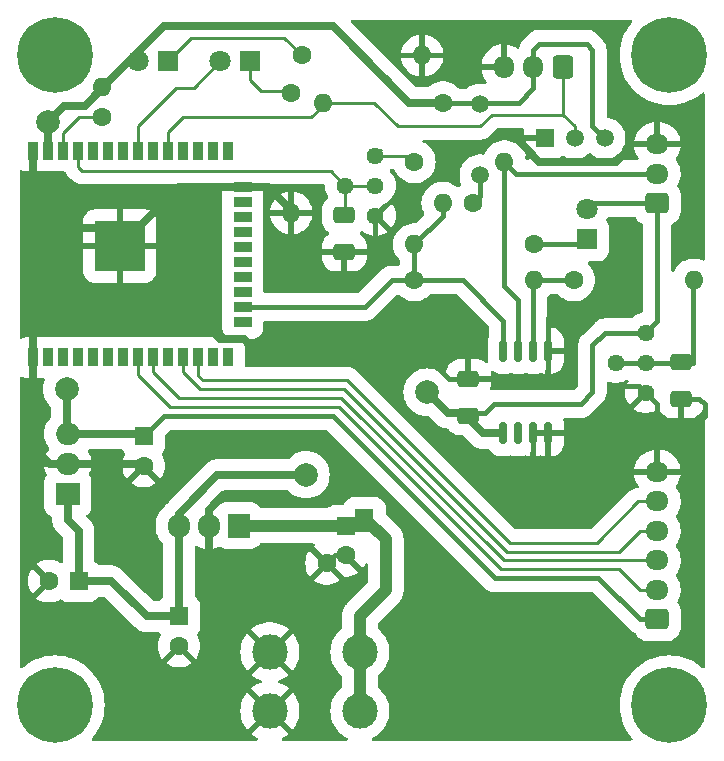
<source format=gbr>
%TF.GenerationSoftware,KiCad,Pcbnew,7.0.8*%
%TF.CreationDate,2023-11-12T18:28:25-08:00*%
%TF.ProjectId,Water Meter Analog - R1,57617465-7220-44d6-9574-657220416e61,rev?*%
%TF.SameCoordinates,Original*%
%TF.FileFunction,Copper,L2,Bot*%
%TF.FilePolarity,Positive*%
%FSLAX46Y46*%
G04 Gerber Fmt 4.6, Leading zero omitted, Abs format (unit mm)*
G04 Created by KiCad (PCBNEW 7.0.8) date 2023-11-12 18:28:25*
%MOMM*%
%LPD*%
G01*
G04 APERTURE LIST*
G04 Aperture macros list*
%AMRoundRect*
0 Rectangle with rounded corners*
0 $1 Rounding radius*
0 $2 $3 $4 $5 $6 $7 $8 $9 X,Y pos of 4 corners*
0 Add a 4 corners polygon primitive as box body*
4,1,4,$2,$3,$4,$5,$6,$7,$8,$9,$2,$3,0*
0 Add four circle primitives for the rounded corners*
1,1,$1+$1,$2,$3*
1,1,$1+$1,$4,$5*
1,1,$1+$1,$6,$7*
1,1,$1+$1,$8,$9*
0 Add four rect primitives between the rounded corners*
20,1,$1+$1,$2,$3,$4,$5,0*
20,1,$1+$1,$4,$5,$6,$7,0*
20,1,$1+$1,$6,$7,$8,$9,0*
20,1,$1+$1,$8,$9,$2,$3,0*%
G04 Aperture macros list end*
%TA.AperFunction,ComponentPad*%
%ADD10C,1.600000*%
%TD*%
%TA.AperFunction,ComponentPad*%
%ADD11O,1.600000X1.600000*%
%TD*%
%TA.AperFunction,ComponentPad*%
%ADD12R,1.500000X1.500000*%
%TD*%
%TA.AperFunction,ComponentPad*%
%ADD13C,1.500000*%
%TD*%
%TA.AperFunction,ComponentPad*%
%ADD14C,0.800000*%
%TD*%
%TA.AperFunction,ComponentPad*%
%ADD15C,6.400000*%
%TD*%
%TA.AperFunction,ComponentPad*%
%ADD16R,1.600000X1.600000*%
%TD*%
%TA.AperFunction,ComponentPad*%
%ADD17R,1.905000X2.000000*%
%TD*%
%TA.AperFunction,ComponentPad*%
%ADD18O,1.905000X2.000000*%
%TD*%
%TA.AperFunction,ComponentPad*%
%ADD19RoundRect,0.250000X0.725000X-0.600000X0.725000X0.600000X-0.725000X0.600000X-0.725000X-0.600000X0*%
%TD*%
%TA.AperFunction,ComponentPad*%
%ADD20O,1.950000X1.700000*%
%TD*%
%TA.AperFunction,ComponentPad*%
%ADD21R,1.800000X1.800000*%
%TD*%
%TA.AperFunction,ComponentPad*%
%ADD22C,1.800000*%
%TD*%
%TA.AperFunction,ComponentPad*%
%ADD23C,1.440000*%
%TD*%
%TA.AperFunction,ComponentPad*%
%ADD24RoundRect,0.250000X0.600000X0.725000X-0.600000X0.725000X-0.600000X-0.725000X0.600000X-0.725000X0*%
%TD*%
%TA.AperFunction,ComponentPad*%
%ADD25O,1.700000X1.950000*%
%TD*%
%TA.AperFunction,ComponentPad*%
%ADD26C,3.000000*%
%TD*%
%TA.AperFunction,ComponentPad*%
%ADD27R,2.000000X1.905000*%
%TD*%
%TA.AperFunction,ComponentPad*%
%ADD28O,2.000000X1.905000*%
%TD*%
%TA.AperFunction,SMDPad,CuDef*%
%ADD29R,0.900000X1.500000*%
%TD*%
%TA.AperFunction,SMDPad,CuDef*%
%ADD30R,1.500000X0.900000*%
%TD*%
%TA.AperFunction,SMDPad,CuDef*%
%ADD31R,1.050000X1.050000*%
%TD*%
%TA.AperFunction,SMDPad,CuDef*%
%ADD32R,4.200000X4.200000*%
%TD*%
%TA.AperFunction,SMDPad,CuDef*%
%ADD33RoundRect,0.250000X0.650000X-0.412500X0.650000X0.412500X-0.650000X0.412500X-0.650000X-0.412500X0*%
%TD*%
%TA.AperFunction,SMDPad,CuDef*%
%ADD34RoundRect,0.150000X-0.150000X0.800000X-0.150000X-0.800000X0.150000X-0.800000X0.150000X0.800000X0*%
%TD*%
%TA.AperFunction,SMDPad,CuDef*%
%ADD35RoundRect,0.250000X-0.650000X0.412500X-0.650000X-0.412500X0.650000X-0.412500X0.650000X0.412500X0*%
%TD*%
%TA.AperFunction,ViaPad*%
%ADD36C,1.500000*%
%TD*%
%TA.AperFunction,ViaPad*%
%ADD37C,2.000000*%
%TD*%
%TA.AperFunction,Conductor*%
%ADD38C,0.381000*%
%TD*%
%TA.AperFunction,Conductor*%
%ADD39C,0.250000*%
%TD*%
%TA.AperFunction,Conductor*%
%ADD40C,0.635000*%
%TD*%
%TA.AperFunction,Conductor*%
%ADD41C,1.016000*%
%TD*%
G04 APERTURE END LIST*
D10*
%TO.P,R4,1*%
%TO.N,Net-(R4-Pad1)*%
X34420000Y84000000D03*
D11*
%TO.P,R4,2*%
%TO.N,Net-(J2-Pin_2)*%
X42040000Y84000000D03*
%TD*%
D12*
%TO.P,U3,1,GND*%
%TO.N,GND*%
X45460000Y86000000D03*
D13*
%TO.P,U3,2,DQ*%
%TO.N,Net-(J4-Pin_1)*%
X48000000Y86000000D03*
%TO.P,U3,3,V_{DD}*%
%TO.N,+3V3*%
X50540000Y86000000D03*
%TD*%
D14*
%TO.P,H4,1*%
%TO.N,N/C*%
X53600000Y93000000D03*
X54302944Y94697056D03*
X54302944Y91302944D03*
X56000000Y95400000D03*
D15*
X56000000Y93000000D03*
D14*
X56000000Y90600000D03*
X57697056Y94697056D03*
X57697056Y91302944D03*
X58400000Y93000000D03*
%TD*%
%TO.P,H3,1*%
%TO.N,N/C*%
X53600000Y38000000D03*
X54302944Y39697056D03*
X54302944Y36302944D03*
X56000000Y40400000D03*
D15*
X56000000Y38000000D03*
D14*
X56000000Y35600000D03*
X57697056Y39697056D03*
X57697056Y36302944D03*
X58400000Y38000000D03*
%TD*%
%TO.P,H2,1*%
%TO.N,N/C*%
X1600000Y93000000D03*
X2302944Y94697056D03*
X2302944Y91302944D03*
X4000000Y95400000D03*
D15*
X4000000Y93000000D03*
D14*
X4000000Y90600000D03*
X5697056Y94697056D03*
X5697056Y91302944D03*
X6400000Y93000000D03*
%TD*%
%TO.P,H1,1*%
%TO.N,N/C*%
X1600000Y38000000D03*
X2302944Y39697056D03*
X2302944Y36302944D03*
X4000000Y40400000D03*
D15*
X4000000Y38000000D03*
D14*
X4000000Y35600000D03*
X5697056Y39697056D03*
X5697056Y36302944D03*
X6400000Y38000000D03*
%TD*%
D16*
%TO.P,C1,1*%
%TO.N,+3V3*%
X11500000Y60750000D03*
D10*
%TO.P,C1,2*%
%TO.N,GND*%
X11500000Y58250000D03*
%TD*%
D17*
%TO.P,U1,1,VI*%
%TO.N,Net-(J3-Pin_1)*%
X19540000Y53195000D03*
D18*
%TO.P,U1,2,GND*%
%TO.N,GND*%
X17000000Y53195000D03*
%TO.P,U1,3,VO*%
%TO.N,+5V*%
X14460000Y53195000D03*
%TD*%
D19*
%TO.P,J1,1,Pin_1*%
%TO.N,+3V3*%
X55000000Y45250000D03*
D20*
%TO.P,J1,2,Pin_2*%
%TO.N,Net-(J1-Pin_2)*%
X55000000Y47750000D03*
%TO.P,J1,3,Pin_3*%
%TO.N,Net-(J1-Pin_3)*%
X55000000Y50250000D03*
%TO.P,J1,4,Pin_4*%
%TO.N,Net-(J1-Pin_4)*%
X55000000Y52750000D03*
%TO.P,J1,5,Pin_5*%
%TO.N,Net-(J1-Pin_5)*%
X55000000Y55250000D03*
%TO.P,J1,6,Pin_6*%
%TO.N,GND*%
X55000000Y57750000D03*
%TD*%
D16*
%TO.P,C4,1*%
%TO.N,Net-(J3-Pin_1)*%
X30200000Y53841874D03*
X28600000Y53170937D03*
D10*
%TO.P,C4,2*%
%TO.N,GND*%
X28600000Y50670937D03*
X27000000Y50000000D03*
%TD*%
%TO.P,R2,1*%
%TO.N,Net-(D2-K)*%
X24000000Y89830000D03*
D11*
%TO.P,R2,2*%
%TO.N,GND*%
X24000000Y79670000D03*
%TD*%
D21*
%TO.P,D3,1,K*%
%TO.N,Net-(D3-K)*%
X49000000Y77460000D03*
D22*
%TO.P,D3,2,A*%
%TO.N,+5V*%
X49000000Y80000000D03*
%TD*%
D19*
%TO.P,J2,1,Pin_1*%
%TO.N,+5V*%
X55000000Y80500000D03*
D20*
%TO.P,J2,2,Pin_2*%
%TO.N,Net-(J2-Pin_2)*%
X55000000Y83000000D03*
%TO.P,J2,3,Pin_3*%
%TO.N,GND*%
X55000000Y85500000D03*
%TD*%
D10*
%TO.P,R6,1*%
%TO.N,Net-(D3-K)*%
X44580000Y77000000D03*
D11*
%TO.P,R6,2*%
%TO.N,Net-(U4-IO15)*%
X34420000Y77000000D03*
%TD*%
D10*
%TO.P,R5,1*%
%TO.N,+3V3*%
X36830000Y89000000D03*
D11*
%TO.P,R5,2*%
%TO.N,Net-(J4-Pin_1)*%
X26670000Y89000000D03*
%TD*%
D21*
%TO.P,D2,1,K*%
%TO.N,Net-(D2-K)*%
X20540000Y92500000D03*
D22*
%TO.P,D2,2,A*%
%TO.N,Net-(D2-A)*%
X18000000Y92500000D03*
%TD*%
D23*
%TO.P,RV1,1,1*%
%TO.N,GND*%
X31125000Y79450000D03*
%TO.P,RV1,2,2*%
%TO.N,Net-(U4-SENSOR_VP)*%
X31125000Y81990000D03*
X28585000Y81990000D03*
%TO.P,RV1,3,3*%
%TO.N,Net-(R4-Pad1)*%
X31125000Y84530000D03*
%TD*%
D10*
%TO.P,R3,1*%
%TO.N,Net-(U4-EN)*%
X8000000Y87750000D03*
D11*
%TO.P,R3,2*%
%TO.N,+3V3*%
X8000000Y90290000D03*
%TD*%
D16*
%TO.P,C2,1*%
%TO.N,+5V*%
X14500000Y45500000D03*
D10*
%TO.P,C2,2*%
%TO.N,GND*%
X14500000Y43000000D03*
%TD*%
D16*
%TO.P,C5,1*%
%TO.N,+5V*%
X6000000Y48500000D03*
D10*
%TO.P,C5,2*%
%TO.N,GND*%
X3500000Y48500000D03*
%TD*%
D21*
%TO.P,D1,1,K*%
%TO.N,Net-(D1-K)*%
X13540000Y92500000D03*
D22*
%TO.P,D1,2,A*%
%TO.N,+3V3*%
X11000000Y92500000D03*
%TD*%
D23*
%TO.P,RV2,1,1*%
%TO.N,GND*%
X54000000Y64460000D03*
%TO.P,RV2,2,2*%
%TO.N,Net-(C7-Pad2)*%
X54000000Y67000000D03*
X51460000Y67000000D03*
%TO.P,RV2,3,3*%
%TO.N,+5V*%
X54000000Y69540000D03*
%TD*%
D24*
%TO.P,J4,1,Pin_1*%
%TO.N,Net-(J4-Pin_1)*%
X47000000Y92000000D03*
D25*
%TO.P,J4,2,Pin_2*%
%TO.N,+3V3*%
X44500000Y92000000D03*
%TO.P,J4,3,Pin_3*%
%TO.N,GND*%
X42000000Y92000000D03*
%TD*%
D10*
%TO.P,R1,1*%
%TO.N,Net-(D1-K)*%
X24920000Y93000000D03*
D11*
%TO.P,R1,2*%
%TO.N,GND*%
X35080000Y93000000D03*
%TD*%
D26*
%TO.P,J3,1,Pin_1*%
%TO.N,Net-(J3-Pin_1)*%
X29810000Y42500000D03*
X29810000Y37500000D03*
%TO.P,J3,2,Pin_2*%
%TO.N,GND*%
X22190000Y42500000D03*
X22190000Y37500000D03*
%TD*%
D11*
%TO.P,R9,2*%
%TO.N,Net-(U4-IO15)*%
X36830000Y80500000D03*
D10*
%TO.P,R9,1*%
%TO.N,+3V3*%
X39370000Y80500000D03*
%TD*%
%TO.P,R7,1*%
%TO.N,Net-(U4-IO15)*%
X34420000Y74000000D03*
D11*
%TO.P,R7,2*%
%TO.N,Net-(U2A-+)*%
X44580000Y74000000D03*
%TD*%
D27*
%TO.P,U5,1,VI*%
%TO.N,+5V*%
X5080000Y55880000D03*
D28*
%TO.P,U5,2,GND*%
%TO.N,GND*%
X5080000Y58420000D03*
%TO.P,U5,3,VO*%
%TO.N,+3V3*%
X5080000Y60960000D03*
%TD*%
D10*
%TO.P,R8,1*%
%TO.N,Net-(U2A-+)*%
X47920000Y74000000D03*
D11*
%TO.P,R8,2*%
%TO.N,Net-(C7-Pad2)*%
X58080000Y74000000D03*
%TD*%
D29*
%TO.P,U4,1,GND*%
%TO.N,GND*%
X2135000Y84930000D03*
%TO.P,U4,2,VDD*%
%TO.N,+3V3*%
X3405000Y84930000D03*
%TO.P,U4,3,EN*%
%TO.N,Net-(U4-EN)*%
X4675000Y84930000D03*
%TO.P,U4,4,SENSOR_VP*%
%TO.N,Net-(U4-SENSOR_VP)*%
X5945000Y84930000D03*
%TO.P,U4,5,SENSOR_VN*%
%TO.N,unconnected-(U4-SENSOR_VN-Pad5)*%
X7215000Y84930000D03*
%TO.P,U4,6,IO34*%
%TO.N,unconnected-(U4-IO34-Pad6)*%
X8485000Y84930000D03*
%TO.P,U4,7,IO35*%
%TO.N,unconnected-(U4-IO35-Pad7)*%
X9755000Y84930000D03*
%TO.P,U4,8,IO32*%
%TO.N,Net-(D2-A)*%
X11025000Y84930000D03*
%TO.P,U4,9,IO33*%
%TO.N,unconnected-(U4-IO33-Pad9)*%
X12295000Y84930000D03*
%TO.P,U4,10,IO25*%
%TO.N,Net-(J4-Pin_1)*%
X13565000Y84930000D03*
%TO.P,U4,11,IO26*%
%TO.N,unconnected-(U4-IO26-Pad11)*%
X14835000Y84930000D03*
%TO.P,U4,12,IO27*%
%TO.N,unconnected-(U4-IO27-Pad12)*%
X16105000Y84930000D03*
%TO.P,U4,13,IO14*%
%TO.N,unconnected-(U4-IO14-Pad13)*%
X17375000Y84930000D03*
%TO.P,U4,14,IO12*%
%TO.N,unconnected-(U4-IO12-Pad14)*%
X18645000Y84930000D03*
D30*
%TO.P,U4,15,GND*%
%TO.N,GND*%
X19895000Y81890000D03*
%TO.P,U4,16,IO13*%
%TO.N,unconnected-(U4-IO13-Pad16)*%
X19895000Y80620000D03*
%TO.P,U4,17,SHD/SD2*%
%TO.N,unconnected-(U4-SHD{slash}SD2-Pad17)*%
X19895000Y79350000D03*
%TO.P,U4,18,SWP/SD3*%
%TO.N,unconnected-(U4-SWP{slash}SD3-Pad18)*%
X19895000Y78080000D03*
%TO.P,U4,19,SCS/CMD*%
%TO.N,unconnected-(U4-SCS{slash}CMD-Pad19)*%
X19895000Y76810000D03*
%TO.P,U4,20,SCK/CLK*%
%TO.N,unconnected-(U4-SCK{slash}CLK-Pad20)*%
X19895000Y75540000D03*
%TO.P,U4,21,SDO/SD0*%
%TO.N,unconnected-(U4-SDO{slash}SD0-Pad21)*%
X19895000Y74270000D03*
%TO.P,U4,22,SDI/SD1*%
%TO.N,unconnected-(U4-SDI{slash}SD1-Pad22)*%
X19895000Y73000000D03*
%TO.P,U4,23,IO15*%
%TO.N,Net-(U4-IO15)*%
X19895000Y71730000D03*
%TO.P,U4,24,IO2*%
%TO.N,unconnected-(U4-IO2-Pad24)*%
X19895000Y70460000D03*
D29*
%TO.P,U4,25,IO0*%
%TO.N,unconnected-(U4-IO0-Pad25)*%
X18645000Y67430000D03*
%TO.P,U4,26,IO4*%
%TO.N,unconnected-(U4-IO4-Pad26)*%
X17375000Y67430000D03*
%TO.P,U4,27,IO16*%
%TO.N,Net-(J1-Pin_5)*%
X16105000Y67430000D03*
%TO.P,U4,28,IO17*%
%TO.N,Net-(J1-Pin_4)*%
X14835000Y67430000D03*
%TO.P,U4,29,IO5*%
%TO.N,unconnected-(U4-IO5-Pad29)*%
X13565000Y67430000D03*
%TO.P,U4,30,IO18*%
%TO.N,Net-(J1-Pin_3)*%
X12295000Y67430000D03*
%TO.P,U4,31,IO19*%
%TO.N,Net-(J1-Pin_2)*%
X11025000Y67430000D03*
%TO.P,U4,32,NC*%
%TO.N,unconnected-(U4-NC-Pad32)*%
X9755000Y67430000D03*
%TO.P,U4,33,IO21*%
%TO.N,unconnected-(U4-IO21-Pad33)*%
X8485000Y67430000D03*
%TO.P,U4,34,RXD0/IO3*%
%TO.N,unconnected-(U4-RXD0{slash}IO3-Pad34)*%
X7215000Y67430000D03*
%TO.P,U4,35,TXD0/IO1*%
%TO.N,unconnected-(U4-TXD0{slash}IO1-Pad35)*%
X5945000Y67430000D03*
%TO.P,U4,36,IO22*%
%TO.N,unconnected-(U4-IO22-Pad36)*%
X4675000Y67430000D03*
%TO.P,U4,37,IO23*%
%TO.N,unconnected-(U4-IO23-Pad37)*%
X3405000Y67430000D03*
%TO.P,U4,38,GND*%
%TO.N,GND*%
X2135000Y67430000D03*
D31*
%TO.P,U4,39,GND*%
X11000000Y78385000D03*
X9475000Y78385000D03*
X7950000Y78385000D03*
X11000000Y76860000D03*
X9475000Y76860000D03*
D32*
X9475000Y76860000D03*
D31*
X7950000Y76860000D03*
X11000000Y75335000D03*
X9475000Y75335000D03*
X7950000Y75335000D03*
%TD*%
D33*
%TO.P,C3,1*%
%TO.N,GND*%
X28500000Y76375000D03*
%TO.P,C3,2*%
%TO.N,Net-(U4-SENSOR_VP)*%
X28500000Y79500000D03*
%TD*%
D34*
%TO.P,U2,1*%
%TO.N,Net-(U4-IO15)*%
X41960000Y68000000D03*
%TO.P,U2,2,-*%
%TO.N,Net-(J2-Pin_2)*%
X43230000Y68000000D03*
%TO.P,U2,3,+*%
%TO.N,Net-(U2A-+)*%
X44500000Y68000000D03*
%TO.P,U2,4,V-*%
%TO.N,GND*%
X45770000Y68000000D03*
%TO.P,U2,5,+*%
X45770000Y61000000D03*
%TO.P,U2,6,-*%
X44500000Y61000000D03*
%TO.P,U2,7*%
%TO.N,unconnected-(U2-Pad7)*%
X43230000Y61000000D03*
%TO.P,U2,8,V+*%
%TO.N,+5V*%
X41960000Y61000000D03*
%TD*%
D35*
%TO.P,C6,1*%
%TO.N,GND*%
X39000000Y65625000D03*
%TO.P,C6,2*%
%TO.N,+5V*%
X39000000Y62500000D03*
%TD*%
D33*
%TO.P,C7,1*%
%TO.N,GND*%
X57000000Y63937500D03*
%TO.P,C7,2*%
%TO.N,Net-(C7-Pad2)*%
X57000000Y67062500D03*
%TD*%
D36*
%TO.N,GND*%
X57000000Y76500000D03*
X53000000Y76500000D03*
D37*
X10000000Y50500000D03*
X24000000Y47250000D03*
X23500000Y74000000D03*
X23500000Y69500000D03*
X35500000Y50500000D03*
X17500000Y48750000D03*
X23500000Y67750000D03*
X8750000Y45000000D03*
X23500000Y60250000D03*
X11750000Y48750000D03*
X34625000Y47250000D03*
X41250000Y56250000D03*
%TO.N,+5V*%
X35500000Y64500000D03*
X25250000Y57500000D03*
%TO.N,+3V3*%
X3405000Y87405000D03*
D36*
X40000000Y82870000D03*
D37*
X5000000Y64750000D03*
D36*
X40000000Y88870000D03*
%TD*%
D38*
%TO.N,+3V3*%
X40000000Y82870000D02*
X40000000Y81130000D01*
X40000000Y81130000D02*
X39370000Y80500000D01*
X49500000Y93500000D02*
X49500000Y87040000D01*
X49500000Y87040000D02*
X50540000Y86000000D01*
X45000000Y94000000D02*
X49000000Y94000000D01*
X44500000Y93500000D02*
X45000000Y94000000D01*
X44500000Y92000000D02*
X44500000Y93500000D01*
X49000000Y94000000D02*
X49500000Y93500000D01*
D39*
%TO.N,Net-(J4-Pin_1)*%
X47000000Y88000000D02*
X48000000Y87000000D01*
X48000000Y87000000D02*
X48000000Y86000000D01*
X40000000Y87000000D02*
X34000000Y87000000D01*
X47000000Y88000000D02*
X41000000Y88000000D01*
X47000000Y92000000D02*
X47000000Y88000000D01*
X41000000Y88000000D02*
X40000000Y87000000D01*
D40*
%TO.N,GND*%
X45000000Y84000000D02*
X43500000Y85500000D01*
X51500000Y84000000D02*
X48500000Y84000000D01*
X43500000Y85500000D02*
X43500000Y86000000D01*
X48500000Y84000000D02*
X45000000Y84000000D01*
X52000000Y84500000D02*
X51500000Y84000000D01*
D38*
%TO.N,Net-(J2-Pin_2)*%
X42000000Y83960000D02*
X42040000Y84000000D01*
X42000000Y77500000D02*
X42000000Y83960000D01*
X42000000Y77500000D02*
X42000000Y78000000D01*
X42000000Y73500000D02*
X42000000Y77500000D01*
X43040000Y83000000D02*
X42040000Y84000000D01*
X48000000Y83000000D02*
X43040000Y83000000D01*
X48000000Y83000000D02*
X46080000Y83000000D01*
X52000000Y83000000D02*
X48000000Y83000000D01*
D39*
%TO.N,Net-(R4-Pad1)*%
X31125000Y84530000D02*
X33890000Y84530000D01*
X33890000Y84530000D02*
X34420000Y84000000D01*
D40*
%TO.N,GND*%
X7950000Y78385000D02*
X2135000Y78385000D01*
D38*
X31125000Y76875000D02*
X31500000Y76500000D01*
D40*
X19895000Y81890000D02*
X22030000Y81890000D01*
X18000000Y55500000D02*
X18250000Y55750000D01*
D38*
X45770000Y68000000D02*
X45770000Y65770000D01*
X45770000Y68000000D02*
X45770000Y70770000D01*
D40*
X11330000Y58420000D02*
X11500000Y58250000D01*
X18000000Y69000000D02*
X20000000Y69000000D01*
X14505000Y81890000D02*
X11000000Y78385000D01*
D38*
X57000000Y63937500D02*
X58562500Y63937500D01*
X55000000Y63460000D02*
X55000000Y62000000D01*
X53460000Y65000000D02*
X52000000Y65000000D01*
D40*
X17000000Y53195000D02*
X17000000Y50500000D01*
D38*
X31125000Y79450000D02*
X31125000Y76875000D01*
X54000000Y64460000D02*
X55000000Y63460000D01*
D40*
X18250000Y55750000D02*
X20500000Y55750000D01*
X24080000Y80000000D02*
X24000000Y79920000D01*
D38*
X58562500Y63937500D02*
X59000000Y63500000D01*
X59000000Y62500000D02*
X58500000Y62000000D01*
D40*
X3580000Y58420000D02*
X5080000Y58420000D01*
D38*
X44500000Y61000000D02*
X44500000Y58000000D01*
D40*
X2135000Y84930000D02*
X2135000Y67430000D01*
X17000000Y54500000D02*
X18000000Y55500000D01*
X5080000Y58420000D02*
X11330000Y58420000D01*
D38*
X45770000Y61000000D02*
X45770000Y58000000D01*
D40*
X17000000Y53195000D02*
X17000000Y54500000D01*
X22030000Y81890000D02*
X24000000Y79920000D01*
X20000000Y69000000D02*
X21000000Y68000000D01*
D38*
X39000000Y65625000D02*
X37375000Y65625000D01*
X54000000Y64460000D02*
X53460000Y65000000D01*
X59000000Y63500000D02*
X59000000Y62500000D01*
X37375000Y65625000D02*
X36000000Y67000000D01*
X45770000Y65770000D02*
X45500000Y65500000D01*
D40*
X2135000Y59865000D02*
X3580000Y58420000D01*
X19895000Y81890000D02*
X14505000Y81890000D01*
D38*
X45770000Y70770000D02*
X46500000Y71500000D01*
D40*
X2135000Y67430000D02*
X2135000Y59865000D01*
D38*
X27670937Y50670937D02*
X27000000Y50000000D01*
X28600000Y50670937D02*
X27670937Y50670937D01*
D40*
X17000000Y70000000D02*
X18000000Y69000000D01*
%TO.N,+5V*%
X14460000Y52250000D02*
X14500000Y52210000D01*
X11750000Y45500000D02*
X14500000Y45500000D01*
D38*
X40375000Y62750000D02*
X38500000Y62750000D01*
D40*
X14460000Y54210000D02*
X14460000Y52250000D01*
X17750000Y57500000D02*
X14460000Y54210000D01*
X41960000Y61000000D02*
X40250000Y61000000D01*
D38*
X49500000Y64500000D02*
X48500000Y63500000D01*
D40*
X14500000Y52210000D02*
X14500000Y45500000D01*
X35500000Y64500000D02*
X37250000Y62750000D01*
D38*
X48500000Y63500000D02*
X41125000Y63500000D01*
D40*
X5080000Y53670000D02*
X6000000Y52750000D01*
D38*
X49500000Y80500000D02*
X55000000Y80500000D01*
X49000000Y80000000D02*
X49500000Y80500000D01*
X55000000Y70540000D02*
X54000000Y69540000D01*
X50540000Y69540000D02*
X49500000Y68500000D01*
D40*
X8750000Y48500000D02*
X11750000Y45500000D01*
D38*
X41125000Y63500000D02*
X40375000Y62750000D01*
D40*
X6000000Y52750000D02*
X6000000Y48500000D01*
D38*
X54000000Y69540000D02*
X50540000Y69540000D01*
X55000000Y80500000D02*
X55000000Y70540000D01*
X49500000Y68500000D02*
X49500000Y64500000D01*
D40*
X5080000Y55880000D02*
X5080000Y53670000D01*
X37250000Y62750000D02*
X38500000Y62750000D01*
X40250000Y61000000D02*
X38500000Y62750000D01*
X25250000Y57500000D02*
X17750000Y57500000D01*
X6000000Y48500000D02*
X8750000Y48500000D01*
D38*
%TO.N,+3V3*%
X11500000Y60750000D02*
X13250000Y62500000D01*
X13250000Y62500000D02*
X27500000Y62500000D01*
D40*
X4750000Y88750000D02*
X6500000Y88750000D01*
D38*
X53500000Y45250000D02*
X55000000Y45250000D01*
X36000000Y54000000D02*
X41250000Y48750000D01*
D40*
X32375000Y90625000D02*
X32000000Y91000000D01*
X11000000Y92000000D02*
X11000000Y92500000D01*
D38*
X44500000Y90250000D02*
X44500000Y92000000D01*
D40*
X5000000Y61040000D02*
X5080000Y60960000D01*
X37080000Y89000000D02*
X34000000Y89000000D01*
D38*
X36830000Y89000000D02*
X43250000Y89000000D01*
X50000000Y48750000D02*
X53500000Y45250000D01*
X36000000Y54000000D02*
X36500000Y53500000D01*
D40*
X34000000Y89000000D02*
X32375000Y90625000D01*
D38*
X43250000Y89000000D02*
X44500000Y90250000D01*
D40*
X5080000Y60960000D02*
X11290000Y60960000D01*
X13250000Y95500000D02*
X27500000Y95500000D01*
X27500000Y95500000D02*
X32375000Y90625000D01*
D38*
X27500000Y62500000D02*
X36000000Y54000000D01*
D40*
X5000000Y64750000D02*
X5000000Y61040000D01*
X3405000Y84930000D02*
X3405000Y87405000D01*
D38*
X41250000Y48750000D02*
X50000000Y48750000D01*
D40*
X6500000Y88750000D02*
X8750000Y91000000D01*
X8750000Y91000000D02*
X13250000Y95500000D01*
X3405000Y87405000D02*
X4750000Y88750000D01*
X11290000Y60960000D02*
X11500000Y60750000D01*
D41*
%TO.N,Net-(J3-Pin_1)*%
X29810000Y42500000D02*
X29810000Y45560000D01*
X32000000Y52041874D02*
X30200000Y53841874D01*
X28575937Y53195000D02*
X28600000Y53170937D01*
X28600000Y53170937D02*
X29529063Y53170937D01*
X28600000Y53170937D02*
X30870937Y53170937D01*
X29529063Y53170937D02*
X30200000Y53841874D01*
X30870937Y53170937D02*
X32000000Y52041874D01*
X29810000Y45560000D02*
X32000000Y47750000D01*
X19540000Y53195000D02*
X28575937Y53195000D01*
X29810000Y37500000D02*
X29810000Y42500000D01*
X32000000Y47750000D02*
X32000000Y52041874D01*
D39*
%TO.N,Net-(J4-Pin_1)*%
X14815000Y87750000D02*
X13565000Y86500000D01*
X31000000Y89000000D02*
X26920000Y89000000D01*
X35000000Y87000000D02*
X35750000Y87000000D01*
X34000000Y87000000D02*
X35000000Y87000000D01*
X13565000Y86500000D02*
X13565000Y84930000D01*
X26920000Y89000000D02*
X25670000Y87750000D01*
X33000000Y87000000D02*
X31000000Y89000000D01*
X34000000Y87000000D02*
X33000000Y87000000D01*
X25670000Y87750000D02*
X14815000Y87750000D01*
%TO.N,Net-(J1-Pin_2)*%
X53500000Y47750000D02*
X51750000Y49500000D01*
X51750000Y49500000D02*
X41750000Y49500000D01*
X28000000Y63250000D02*
X13750000Y63250000D01*
X41750000Y49500000D02*
X28000000Y63250000D01*
X11025000Y65975000D02*
X11025000Y67430000D01*
X55000000Y47750000D02*
X53500000Y47750000D01*
X13750000Y63250000D02*
X11025000Y65975000D01*
%TO.N,Net-(U4-EN)*%
X6000000Y87750000D02*
X8000000Y87750000D01*
X4675000Y84930000D02*
X4675000Y86425000D01*
X4675000Y86425000D02*
X6000000Y87750000D01*
X4675000Y84930000D02*
X4675000Y86000000D01*
%TO.N,Net-(U4-SENSOR_VP)*%
X28585000Y81990000D02*
X28585000Y79585000D01*
X27325000Y83250000D02*
X28585000Y81990000D01*
X5945000Y84930000D02*
X5945000Y83555000D01*
X6250000Y83250000D02*
X19750000Y83250000D01*
X19750000Y83250000D02*
X26500000Y83250000D01*
X28585000Y81990000D02*
X31125000Y81990000D01*
X19750000Y83250000D02*
X27325000Y83250000D01*
X28585000Y79585000D02*
X28500000Y79500000D01*
X5945000Y83555000D02*
X6250000Y83250000D01*
%TO.N,Net-(J1-Pin_3)*%
X12295000Y67430000D02*
X12295000Y66205000D01*
X42000000Y50250000D02*
X55000000Y50250000D01*
X14500000Y64000000D02*
X28250000Y64000000D01*
X28250000Y64000000D02*
X42000000Y50250000D01*
X12295000Y66205000D02*
X14500000Y64000000D01*
%TO.N,Net-(D1-K)*%
X23420000Y94500000D02*
X24920000Y93000000D01*
X13540000Y92500000D02*
X15540000Y94500000D01*
X15540000Y94500000D02*
X23420000Y94500000D01*
%TO.N,Net-(D2-K)*%
X23920000Y90000000D02*
X24000000Y90080000D01*
X20540000Y90920000D02*
X21460000Y90000000D01*
X21000000Y92040000D02*
X20540000Y92500000D01*
X20540000Y92500000D02*
X20540000Y90920000D01*
X21460000Y90000000D02*
X23920000Y90000000D01*
%TO.N,Net-(D2-A)*%
X15750000Y90250000D02*
X14250000Y90250000D01*
X11025000Y87025000D02*
X11025000Y84930000D01*
X14250000Y90250000D02*
X11025000Y87025000D01*
X18000000Y92500000D02*
X15750000Y90250000D01*
%TO.N,Net-(J1-Pin_4)*%
X51750000Y51000000D02*
X42250000Y51000000D01*
X55000000Y52750000D02*
X53500000Y52750000D01*
X42250000Y51000000D02*
X28500000Y64750000D01*
X28500000Y64750000D02*
X16250000Y64750000D01*
X14835000Y66165000D02*
X14835000Y67430000D01*
X53500000Y52750000D02*
X51750000Y51000000D01*
X16250000Y64750000D02*
X14835000Y66165000D01*
%TO.N,Net-(J1-Pin_5)*%
X49875000Y51750000D02*
X53375000Y55250000D01*
X16105000Y67430000D02*
X16105000Y65895000D01*
X53375000Y55250000D02*
X55000000Y55250000D01*
X16105000Y65895000D02*
X16500000Y65500000D01*
X42500000Y51750000D02*
X49875000Y51750000D01*
X28750000Y65500000D02*
X42500000Y51750000D01*
X16500000Y65500000D02*
X28750000Y65500000D01*
D38*
%TO.N,Net-(J2-Pin_2)*%
X43230000Y68000000D02*
X43230000Y72270000D01*
X52000000Y83000000D02*
X55000000Y83000000D01*
X43230000Y72270000D02*
X42000000Y73500000D01*
D39*
%TO.N,Net-(R4-Pad1)*%
X31125000Y84530000D02*
X31595000Y85000000D01*
D38*
%TO.N,Net-(C7-Pad2)*%
X58000000Y73920000D02*
X58080000Y74000000D01*
X51460000Y67000000D02*
X58000000Y67000000D01*
X58000000Y67000000D02*
X58000000Y73920000D01*
%TO.N,Net-(D3-K)*%
X48540000Y77000000D02*
X44580000Y77000000D01*
X49000000Y77460000D02*
X48540000Y77000000D01*
%TO.N,Net-(U4-IO15)*%
X34420000Y74000000D02*
X38500000Y74000000D01*
X36830000Y79410000D02*
X34420000Y77000000D01*
X34420000Y74000000D02*
X34420000Y77000000D01*
X36830000Y80500000D02*
X36830000Y79410000D01*
X30230000Y71730000D02*
X19895000Y71730000D01*
X34420000Y74000000D02*
X32500000Y74000000D01*
X41960000Y70540000D02*
X41960000Y68000000D01*
X32500000Y74000000D02*
X30230000Y71730000D01*
X38500000Y74000000D02*
X41960000Y70540000D01*
%TO.N,Net-(U2A-+)*%
X44500000Y68000000D02*
X44500000Y73920000D01*
X44580000Y74000000D02*
X47920000Y74000000D01*
X44500000Y73920000D02*
X44580000Y74000000D01*
%TD*%
%TA.AperFunction,Conductor*%
%TO.N,GND*%
G36*
X2090203Y66156266D02*
G01*
X2112537Y66130789D01*
X2115302Y66126592D01*
X2243893Y65968888D01*
X2339362Y65891043D01*
X2378878Y65833422D01*
X2385000Y65794942D01*
X2385000Y65680000D01*
X2643002Y65680000D01*
X2756191Y65690063D01*
X2778153Y65690063D01*
X2845560Y65684070D01*
X2896963Y65679500D01*
X3032972Y65679500D01*
X3100011Y65659815D01*
X3145766Y65607011D01*
X3155710Y65537853D01*
X3149155Y65512173D01*
X3082388Y65333161D01*
X3075628Y65315037D01*
X3014804Y65035433D01*
X2994390Y64750001D01*
X2994390Y64749998D01*
X3014804Y64464566D01*
X3075628Y64184962D01*
X3175635Y63916833D01*
X3312770Y63665690D01*
X3312775Y63665682D01*
X3484254Y63436612D01*
X3484270Y63436594D01*
X3645681Y63275184D01*
X3679166Y63213861D01*
X3682000Y63187503D01*
X3682000Y62422821D01*
X3662315Y62355782D01*
X3645685Y62335144D01*
X3595941Y62285400D01*
X3552753Y62242212D01*
X3552744Y62242202D01*
X3385336Y62018571D01*
X3385331Y62018563D01*
X3251453Y61773384D01*
X3251451Y61773378D01*
X3153823Y61511629D01*
X3153821Y61511622D01*
X3153821Y61511621D01*
X3094442Y61238661D01*
X3094440Y61238647D01*
X3074511Y60960001D01*
X3074511Y60959998D01*
X3094440Y60681352D01*
X3094442Y60681338D01*
X3153821Y60408378D01*
X3153823Y60408371D01*
X3202637Y60277496D01*
X3251453Y60146615D01*
X3385331Y59901436D01*
X3385336Y59901428D01*
X3488295Y59763892D01*
X3512712Y59698428D01*
X3497860Y59630155D01*
X3488295Y59615272D01*
X3385758Y59478299D01*
X3385753Y59478291D01*
X3251909Y59233174D01*
X3251907Y59233170D01*
X3154303Y58971481D01*
X3094937Y58698584D01*
X3092893Y58670000D01*
X4585148Y58670000D01*
X4536441Y58532953D01*
X4526123Y58382114D01*
X4556884Y58234085D01*
X4590090Y58170000D01*
X3092893Y58170000D01*
X3094937Y58141415D01*
X3154303Y57868518D01*
X3251905Y57606835D01*
X3251910Y57606823D01*
X3279547Y57556210D01*
X3294398Y57487937D01*
X3269980Y57422473D01*
X3266816Y57418425D01*
X3240305Y57385912D01*
X3240303Y57385908D01*
X3240302Y57385907D01*
X3185405Y57280812D01*
X3146089Y57205545D01*
X3130505Y57151079D01*
X3090114Y57009918D01*
X3090114Y57009916D01*
X3090113Y57009913D01*
X3079500Y56890535D01*
X3079500Y56890534D01*
X3079501Y54869468D01*
X3079501Y54869467D01*
X3090113Y54750084D01*
X3146089Y54554454D01*
X3240304Y54374090D01*
X3368890Y54216390D01*
X3526590Y54087804D01*
X3526591Y54087803D01*
X3526593Y54087802D01*
X3695413Y53999617D01*
X3745719Y53951132D01*
X3762000Y53889710D01*
X3762000Y53788354D01*
X3761999Y53788333D01*
X3761999Y53785310D01*
X3761999Y53554690D01*
X3767913Y53521147D01*
X3771559Y53500468D01*
X3772265Y53495105D01*
X3777065Y53440255D01*
X3791314Y53387075D01*
X3792485Y53381794D01*
X3802047Y53327569D01*
X3820873Y53275846D01*
X3822500Y53270688D01*
X3836754Y53217495D01*
X3860024Y53167590D01*
X3862093Y53162594D01*
X3880923Y53110862D01*
X3880925Y53110857D01*
X3908452Y53063179D01*
X3910949Y53058380D01*
X3934213Y53008490D01*
X3934218Y53008482D01*
X3965799Y52963380D01*
X3968705Y52958817D01*
X3996234Y52911137D01*
X4031616Y52868970D01*
X4034909Y52864679D01*
X4066497Y52819567D01*
X4645681Y52240384D01*
X4679166Y52179061D01*
X4682000Y52152703D01*
X4682000Y50227456D01*
X4662315Y50160417D01*
X4636363Y50131357D01*
X4556099Y50065910D01*
X4491704Y50038802D01*
X4422875Y50050811D01*
X4407884Y50059562D01*
X4402520Y50063219D01*
X4159460Y50180269D01*
X4159462Y50180269D01*
X3901662Y50259790D01*
X3901656Y50259792D01*
X3634898Y50299999D01*
X3634890Y50300000D01*
X3365110Y50300000D01*
X3365101Y50299999D01*
X3098343Y50259792D01*
X3098337Y50259790D01*
X2840538Y50180269D01*
X2597485Y50063221D01*
X2597483Y50063220D01*
X2414848Y49938702D01*
X3455599Y48897953D01*
X3374852Y48885165D01*
X3261955Y48827641D01*
X3172359Y48738045D01*
X3114835Y48625148D01*
X3102046Y48544400D01*
X2062295Y49584151D01*
X2062294Y49584151D01*
X2008602Y49516822D01*
X1873709Y49283181D01*
X1775148Y49032052D01*
X1775142Y49032033D01*
X1715113Y48769028D01*
X1715113Y48769026D01*
X1694953Y48500004D01*
X1694953Y48499995D01*
X1715113Y48230973D01*
X1715113Y48230971D01*
X1775142Y47967966D01*
X1775148Y47967947D01*
X1873709Y47716818D01*
X1873708Y47716818D01*
X2008600Y47483180D01*
X2062295Y47415848D01*
X3102046Y48455599D01*
X3114835Y48374852D01*
X3172359Y48261955D01*
X3261955Y48172359D01*
X3374852Y48114835D01*
X3455598Y48102046D01*
X2414848Y47061296D01*
X2597476Y46936783D01*
X2597485Y46936778D01*
X2840539Y46819730D01*
X2840537Y46819730D01*
X3098337Y46740209D01*
X3098343Y46740207D01*
X3365101Y46700000D01*
X3634898Y46700000D01*
X3901656Y46740207D01*
X3901662Y46740209D01*
X4159461Y46819730D01*
X4402521Y46936781D01*
X4407891Y46940442D01*
X4474371Y46961940D01*
X4541921Y46944084D01*
X4556100Y46934088D01*
X4646587Y46860305D01*
X4826954Y46766089D01*
X4983376Y46721332D01*
X5022582Y46710114D01*
X5022583Y46710113D01*
X5022586Y46710113D01*
X5116146Y46701795D01*
X5141963Y46699500D01*
X5141964Y46699500D01*
X5141965Y46699500D01*
X5141966Y46699500D01*
X5877422Y46699500D01*
X6858036Y46699501D01*
X6889872Y46702331D01*
X6977415Y46710113D01*
X7173045Y46766089D01*
X7193730Y46776894D01*
X7353407Y46860302D01*
X7410740Y46907051D01*
X7511109Y46988890D01*
X7631355Y47136361D01*
X7688976Y47175878D01*
X7727457Y47182000D01*
X8152704Y47182000D01*
X8219743Y47162315D01*
X8240384Y47145681D01*
X9537241Y45848824D01*
X10736493Y44649572D01*
X10899567Y44486497D01*
X10944679Y44454909D01*
X10948970Y44451616D01*
X10991137Y44416234D01*
X11038817Y44388705D01*
X11043380Y44385799D01*
X11088482Y44354218D01*
X11088490Y44354213D01*
X11138380Y44330949D01*
X11143179Y44328452D01*
X11190860Y44300923D01*
X11190862Y44300922D01*
X11242589Y44282094D01*
X11247585Y44280025D01*
X11297490Y44256756D01*
X11297494Y44256754D01*
X11350677Y44242503D01*
X11355835Y44240876D01*
X11407571Y44222046D01*
X11461797Y44212484D01*
X11467079Y44211313D01*
X11520255Y44197065D01*
X11575095Y44192266D01*
X11580456Y44191560D01*
X11634689Y44181999D01*
X11634690Y44181999D01*
X11867843Y44181999D01*
X11867867Y44182000D01*
X12772543Y44182000D01*
X12839582Y44162315D01*
X12868646Y44136360D01*
X12936939Y44052604D01*
X12964047Y43988208D01*
X12952037Y43919378D01*
X12948223Y43912244D01*
X12873709Y43783181D01*
X12775148Y43532052D01*
X12775142Y43532033D01*
X12715113Y43269028D01*
X12715113Y43269026D01*
X12694953Y43000004D01*
X12694953Y42999995D01*
X12715113Y42730973D01*
X12715113Y42730971D01*
X12775142Y42467966D01*
X12775148Y42467947D01*
X12873709Y42216818D01*
X12873708Y42216818D01*
X13008600Y41983180D01*
X13062295Y41915848D01*
X14102046Y42955599D01*
X14114835Y42874852D01*
X14172359Y42761955D01*
X14261955Y42672359D01*
X14374852Y42614835D01*
X14455599Y42602046D01*
X13414848Y41561296D01*
X13597476Y41436783D01*
X13597485Y41436778D01*
X13840539Y41319730D01*
X13840537Y41319730D01*
X14098337Y41240209D01*
X14098343Y41240207D01*
X14365101Y41200000D01*
X14634898Y41200000D01*
X14901656Y41240207D01*
X14901662Y41240209D01*
X15159461Y41319730D01*
X15402516Y41436778D01*
X15402517Y41436779D01*
X15585150Y41561296D01*
X14544401Y42602046D01*
X14625148Y42614835D01*
X14738045Y42672359D01*
X14827641Y42761955D01*
X14885165Y42874852D01*
X14897953Y42955597D01*
X15937704Y41915847D01*
X15991397Y41983177D01*
X16126290Y42216818D01*
X16224851Y42467947D01*
X16224857Y42467966D01*
X16284886Y42730971D01*
X16284886Y42730973D01*
X16305047Y42999995D01*
X16305047Y43000004D01*
X16284886Y43269026D01*
X16284886Y43269028D01*
X16224857Y43532033D01*
X16224851Y43532052D01*
X16126292Y43783178D01*
X16051775Y43912243D01*
X16035302Y43980143D01*
X16058154Y44046170D01*
X16063046Y44052587D01*
X16139698Y44146593D01*
X16233909Y44326951D01*
X16234339Y44328452D01*
X16245102Y44366070D01*
X16289886Y44522582D01*
X16300500Y44641963D01*
X16300499Y46358036D01*
X16289886Y46477418D01*
X16233909Y46673049D01*
X16139698Y46853407D01*
X16011109Y47011109D01*
X15994920Y47024309D01*
X15863640Y47131354D01*
X15824122Y47188974D01*
X15818000Y47227456D01*
X15818000Y51359312D01*
X15837685Y51426351D01*
X15890489Y51472106D01*
X15959647Y51482050D01*
X16001427Y51468144D01*
X16186824Y51366909D01*
X16186829Y51366907D01*
X16448518Y51269303D01*
X16721415Y51209937D01*
X16750000Y51207892D01*
X16750000Y52703316D01*
X16778819Y52685791D01*
X16924404Y52645000D01*
X17037622Y52645000D01*
X17149783Y52660416D01*
X17250000Y52703946D01*
X17250000Y51207892D01*
X17278584Y51209937D01*
X17551481Y51269303D01*
X17813170Y51366907D01*
X17813174Y51366909D01*
X17863787Y51394546D01*
X17932060Y51409398D01*
X17997524Y51384981D01*
X18001573Y51381817D01*
X18034088Y51355305D01*
X18034087Y51355305D01*
X18214454Y51261089D01*
X18370876Y51216332D01*
X18410082Y51205114D01*
X18410083Y51205113D01*
X18410086Y51205113D01*
X18503646Y51196795D01*
X18529463Y51194500D01*
X18529464Y51194500D01*
X18529465Y51194500D01*
X18529466Y51194500D01*
X19395637Y51194500D01*
X20550536Y51194501D01*
X20582372Y51197331D01*
X20669915Y51205113D01*
X20865545Y51261089D01*
X20881270Y51269303D01*
X21045907Y51355302D01*
X21133042Y51426351D01*
X21203609Y51483890D01*
X21331601Y51640861D01*
X21389222Y51680378D01*
X21427703Y51686500D01*
X25876302Y51686500D01*
X25943341Y51666815D01*
X25989096Y51614011D01*
X25999040Y51544853D01*
X25970015Y51481297D01*
X25946154Y51460046D01*
X25914848Y51438702D01*
X26955599Y50397953D01*
X26874852Y50385165D01*
X26761955Y50327641D01*
X26672359Y50238045D01*
X26614835Y50125148D01*
X26602046Y50044400D01*
X25562295Y51084151D01*
X25562294Y51084151D01*
X25508602Y51016822D01*
X25373709Y50783181D01*
X25275148Y50532052D01*
X25275142Y50532033D01*
X25215113Y50269028D01*
X25215113Y50269026D01*
X25194953Y50000004D01*
X25194953Y49999995D01*
X25215113Y49730973D01*
X25215113Y49730971D01*
X25275142Y49467966D01*
X25275148Y49467947D01*
X25373709Y49216818D01*
X25373708Y49216818D01*
X25508600Y48983180D01*
X25562295Y48915848D01*
X26602046Y49955599D01*
X26614835Y49874852D01*
X26672359Y49761955D01*
X26761955Y49672359D01*
X26874852Y49614835D01*
X26955599Y49602046D01*
X25914848Y48561296D01*
X26097476Y48436783D01*
X26097485Y48436778D01*
X26340539Y48319730D01*
X26340537Y48319730D01*
X26598337Y48240209D01*
X26598343Y48240207D01*
X26865101Y48200000D01*
X27134898Y48200000D01*
X27401656Y48240207D01*
X27401662Y48240209D01*
X27659461Y48319730D01*
X27902516Y48436778D01*
X27902517Y48436779D01*
X28085150Y48561296D01*
X27044401Y49602046D01*
X27125148Y49614835D01*
X27238045Y49672359D01*
X27327641Y49761955D01*
X27385165Y49874852D01*
X27397953Y49955598D01*
X28448912Y48904640D01*
X28471433Y48870937D01*
X28734898Y48870937D01*
X29001656Y48911144D01*
X29001662Y48911146D01*
X29259461Y48990667D01*
X29502516Y49107715D01*
X29502517Y49107716D01*
X29685150Y49232233D01*
X28644400Y50272983D01*
X28725148Y50285772D01*
X28838045Y50343296D01*
X28927641Y50432892D01*
X28985165Y50545789D01*
X28997953Y50626534D01*
X30037704Y49586784D01*
X30091397Y49654114D01*
X30226289Y49887753D01*
X30252072Y49953445D01*
X30294888Y50008658D01*
X30360758Y50031959D01*
X30428769Y50015948D01*
X30477327Y49965710D01*
X30491500Y49908142D01*
X30491500Y48426204D01*
X30471815Y48359165D01*
X30455181Y48338523D01*
X28754059Y46637401D01*
X28680118Y46566380D01*
X28677199Y46563576D01*
X28632546Y46504155D01*
X28630207Y46501230D01*
X28582055Y46444622D01*
X28559990Y46408122D01*
X28556495Y46402949D01*
X28530881Y46368863D01*
X28496354Y46303077D01*
X28494514Y46299815D01*
X28473277Y46264683D01*
X28456052Y46236189D01*
X28456050Y46236184D01*
X28456048Y46236181D01*
X28440127Y46196620D01*
X28437506Y46190951D01*
X28417694Y46153203D01*
X28394162Y46082716D01*
X28392870Y46079201D01*
X28365118Y46010244D01*
X28365115Y46010232D01*
X28355748Y45968642D01*
X28354071Y45962629D01*
X28340570Y45922186D01*
X28340566Y45922171D01*
X28328647Y45848824D01*
X28327935Y45845147D01*
X28311605Y45772641D01*
X28309029Y45730065D01*
X28308339Y45723860D01*
X28301500Y45681779D01*
X28301500Y45607475D01*
X28301387Y45603731D01*
X28296898Y45529521D01*
X28301186Y45487085D01*
X28301500Y45480849D01*
X28301500Y44557980D01*
X28281815Y44490941D01*
X28250385Y44457661D01*
X28212970Y44430478D01*
X28002736Y44233054D01*
X27983608Y44215092D01*
X27983606Y44215090D01*
X27783054Y43972665D01*
X27783051Y43972661D01*
X27614464Y43707009D01*
X27614461Y43707003D01*
X27480499Y43422321D01*
X27480497Y43422316D01*
X27430691Y43269028D01*
X27383269Y43123079D01*
X27353790Y42968547D01*
X27324311Y42814011D01*
X27324310Y42814004D01*
X27304556Y42500005D01*
X27304556Y42499994D01*
X27324310Y42185995D01*
X27324311Y42185988D01*
X27331854Y42146447D01*
X27381644Y41885437D01*
X27383270Y41876916D01*
X27480497Y41577683D01*
X27480499Y41577678D01*
X27614461Y41292996D01*
X27614464Y41292990D01*
X27783051Y41027338D01*
X27783054Y41027334D01*
X27983606Y40784909D01*
X27983608Y40784907D01*
X28212966Y40569525D01*
X28212974Y40569518D01*
X28250386Y40542337D01*
X28293052Y40487007D01*
X28301500Y40442020D01*
X28301500Y39557980D01*
X28281815Y39490941D01*
X28250385Y39457661D01*
X28212970Y39430478D01*
X28212968Y39430476D01*
X27983608Y39215092D01*
X27983606Y39215090D01*
X27783054Y38972665D01*
X27783051Y38972661D01*
X27614464Y38707009D01*
X27614461Y38707003D01*
X27480499Y38422321D01*
X27480497Y38422316D01*
X27477219Y38412227D01*
X27383269Y38123079D01*
X27353790Y37968547D01*
X27324311Y37814011D01*
X27324310Y37814004D01*
X27304556Y37500005D01*
X27304556Y37499994D01*
X27324310Y37185995D01*
X27324311Y37185988D01*
X27383270Y36876916D01*
X27480497Y36577683D01*
X27480499Y36577678D01*
X27614461Y36292996D01*
X27614464Y36292990D01*
X27783051Y36027338D01*
X27783054Y36027334D01*
X27983606Y35784909D01*
X27983608Y35784907D01*
X28212968Y35569523D01*
X28212978Y35569515D01*
X28467504Y35384591D01*
X28467516Y35384584D01*
X28563145Y35332011D01*
X28743860Y35232662D01*
X28793124Y35183116D01*
X28807780Y35114800D01*
X28783176Y35049406D01*
X28727123Y35007695D01*
X28684122Y35000000D01*
X23314839Y35000000D01*
X23247800Y35019685D01*
X23202045Y35072489D01*
X23192101Y35141647D01*
X23221126Y35205203D01*
X23255102Y35232662D01*
X23532209Y35385002D01*
X23532227Y35385014D01*
X23775026Y35561417D01*
X23775027Y35561419D01*
X22437534Y36898913D01*
X22505629Y36925874D01*
X22638492Y37022405D01*
X22743175Y37148945D01*
X22791631Y37251920D01*
X24125712Y35917838D01*
X24216539Y36027628D01*
X24216542Y36027632D01*
X24385096Y36293232D01*
X24385099Y36293238D01*
X24519034Y36577862D01*
X24519036Y36577867D01*
X24616244Y36877041D01*
X24675191Y37186050D01*
X24675192Y37186057D01*
X24694943Y37499994D01*
X24694943Y37500005D01*
X24675192Y37813942D01*
X24675191Y37813949D01*
X24616244Y38122958D01*
X24519036Y38422132D01*
X24519034Y38422137D01*
X24385099Y38706761D01*
X24385096Y38706767D01*
X24216544Y38972364D01*
X24125712Y39082160D01*
X22792547Y37748994D01*
X22782812Y37778956D01*
X22694814Y37917619D01*
X22575097Y38030040D01*
X22440489Y38104041D01*
X23775027Y39438579D01*
X23532219Y39614990D01*
X23532209Y39614996D01*
X23256552Y39766540D01*
X23256544Y39766544D01*
X22960447Y39883777D01*
X22960866Y39884836D01*
X22907240Y39921500D01*
X22880037Y39985857D01*
X22891947Y40054704D01*
X22939187Y40106183D01*
X22960557Y40115942D01*
X22960447Y40116223D01*
X23256544Y40233455D01*
X23256552Y40233459D01*
X23532209Y40385003D01*
X23532227Y40385014D01*
X23775026Y40561417D01*
X23775027Y40561419D01*
X22437534Y41898913D01*
X22505629Y41925874D01*
X22638492Y42022405D01*
X22743175Y42148945D01*
X22791631Y42251920D01*
X24125712Y40917838D01*
X24216539Y41027628D01*
X24216542Y41027632D01*
X24385096Y41293232D01*
X24385099Y41293238D01*
X24519034Y41577862D01*
X24519036Y41577867D01*
X24616244Y41877041D01*
X24675191Y42186050D01*
X24675192Y42186057D01*
X24694943Y42499994D01*
X24694943Y42500005D01*
X24675192Y42813942D01*
X24675191Y42813949D01*
X24616244Y43122958D01*
X24519036Y43422132D01*
X24519034Y43422137D01*
X24385099Y43706761D01*
X24385096Y43706767D01*
X24216544Y43972364D01*
X24125712Y44082160D01*
X22792547Y42748994D01*
X22782812Y42778956D01*
X22694814Y42917619D01*
X22575097Y43030040D01*
X22440489Y43104041D01*
X23775027Y44438579D01*
X23532219Y44614990D01*
X23532209Y44614996D01*
X23256552Y44766540D01*
X23256544Y44766544D01*
X22964073Y44882340D01*
X22659379Y44960573D01*
X22659370Y44960575D01*
X22347298Y44999999D01*
X22347285Y45000000D01*
X22032715Y45000000D01*
X22032701Y44999999D01*
X21720629Y44960575D01*
X21720620Y44960573D01*
X21415926Y44882340D01*
X21123455Y44766544D01*
X21123447Y44766540D01*
X20847790Y44614996D01*
X20847772Y44614985D01*
X20604972Y44438581D01*
X20604971Y44438579D01*
X21942465Y43101086D01*
X21874371Y43074126D01*
X21741508Y42977595D01*
X21636825Y42851055D01*
X21588368Y42748078D01*
X20254286Y44082160D01*
X20163460Y43972371D01*
X20163457Y43972367D01*
X19994903Y43706767D01*
X19994900Y43706761D01*
X19860965Y43422137D01*
X19860963Y43422132D01*
X19763755Y43122958D01*
X19704808Y42813949D01*
X19704807Y42813942D01*
X19685057Y42500005D01*
X19685057Y42499994D01*
X19704807Y42186057D01*
X19704808Y42186050D01*
X19763755Y41877041D01*
X19860963Y41577867D01*
X19860965Y41577862D01*
X19994900Y41293238D01*
X19994903Y41293232D01*
X20163457Y41027632D01*
X20163459Y41027629D01*
X20254286Y40917838D01*
X21587453Y42251005D01*
X21597188Y42221044D01*
X21685186Y42082381D01*
X21804903Y41969960D01*
X21939510Y41895958D01*
X20604971Y40561419D01*
X20604972Y40561418D01*
X20847782Y40385007D01*
X20847787Y40385004D01*
X21123447Y40233459D01*
X21123455Y40233455D01*
X21419553Y40116223D01*
X21419134Y40115166D01*
X21472767Y40078490D01*
X21499963Y40014131D01*
X21488047Y39945285D01*
X21440801Y39893811D01*
X21419442Y39884056D01*
X21419553Y39883777D01*
X21123455Y39766544D01*
X21123447Y39766540D01*
X20847790Y39614996D01*
X20847772Y39614985D01*
X20604972Y39438581D01*
X20604971Y39438579D01*
X21942465Y38101086D01*
X21874371Y38074126D01*
X21741508Y37977595D01*
X21636825Y37851055D01*
X21588368Y37748078D01*
X20254286Y39082160D01*
X20163460Y38972371D01*
X20163457Y38972367D01*
X19994903Y38706767D01*
X19994900Y38706761D01*
X19860965Y38422137D01*
X19860963Y38422132D01*
X19763755Y38122958D01*
X19704808Y37813949D01*
X19704807Y37813942D01*
X19685057Y37500005D01*
X19685057Y37499994D01*
X19704807Y37186057D01*
X19704808Y37186050D01*
X19763755Y36877041D01*
X19860963Y36577867D01*
X19860965Y36577862D01*
X19994900Y36293238D01*
X19994903Y36293232D01*
X20163457Y36027632D01*
X20163459Y36027629D01*
X20254286Y35917838D01*
X21587453Y37251005D01*
X21597188Y37221044D01*
X21685186Y37082381D01*
X21804903Y36969960D01*
X21939510Y36895958D01*
X20604971Y35561419D01*
X20604972Y35561418D01*
X20847782Y35385007D01*
X20847787Y35385004D01*
X21124898Y35232662D01*
X21174162Y35183116D01*
X21188819Y35114801D01*
X21164216Y35049406D01*
X21108163Y35007695D01*
X21065161Y35000000D01*
X7229763Y35000000D01*
X7162724Y35019685D01*
X7116969Y35072489D01*
X7107025Y35141647D01*
X7136050Y35205203D01*
X7137885Y35207273D01*
X7250941Y35332011D01*
X7250942Y35332013D01*
X7250946Y35332017D01*
X7496800Y35663513D01*
X7708978Y36017510D01*
X7885436Y36390600D01*
X7885439Y36390609D01*
X7885444Y36390620D01*
X8024472Y36779178D01*
X8024476Y36779189D01*
X8124757Y37179535D01*
X8185315Y37587782D01*
X8205566Y38000000D01*
X8185315Y38412218D01*
X8124757Y38820465D01*
X8024476Y39220811D01*
X7927822Y39490941D01*
X7885444Y39609379D01*
X7885441Y39609385D01*
X7885436Y39609400D01*
X7708978Y39982490D01*
X7496800Y40336487D01*
X7250946Y40667983D01*
X6973784Y40973784D01*
X6667983Y41250946D01*
X6336487Y41496800D01*
X5982490Y41708978D01*
X5609400Y41885436D01*
X5609385Y41885441D01*
X5609379Y41885444D01*
X5336225Y41983180D01*
X5220811Y42024476D01*
X4820465Y42124757D01*
X4412218Y42185315D01*
X4000000Y42205566D01*
X3587782Y42185315D01*
X3179535Y42124757D01*
X2779189Y42024476D01*
X2779178Y42024472D01*
X2390620Y41885444D01*
X2390609Y41885439D01*
X2390600Y41885436D01*
X2017510Y41708978D01*
X1663513Y41496800D01*
X1332017Y41250946D01*
X1207270Y41137882D01*
X1144381Y41107448D01*
X1075018Y41115846D01*
X1021206Y41160412D01*
X1000031Y41226995D01*
X1000000Y41229762D01*
X1000000Y65704934D01*
X1019685Y65771973D01*
X1072489Y65817728D01*
X1141647Y65827672D01*
X1181411Y65814843D01*
X1312138Y65746557D01*
X1507671Y65690609D01*
X1507674Y65690608D01*
X1626998Y65680000D01*
X1885000Y65680000D01*
X1885000Y66062553D01*
X1904685Y66129592D01*
X1957489Y66175347D01*
X2026647Y66185291D01*
X2090203Y66156266D01*
G37*
%TD.AperFunction*%
%TA.AperFunction,Conductor*%
G36*
X53165256Y79289315D02*
G01*
X53200145Y79255616D01*
X53311174Y79095354D01*
X53311184Y79095342D01*
X53470342Y78936184D01*
X53470354Y78936174D01*
X53655367Y78807996D01*
X53736282Y78771243D01*
X53789179Y78725596D01*
X53809000Y78658596D01*
X53809000Y71357855D01*
X53789315Y71290816D01*
X53736511Y71245061D01*
X53703483Y71235241D01*
X53644638Y71226371D01*
X53616084Y71222068D01*
X53616082Y71222067D01*
X53616079Y71222067D01*
X53369668Y71146059D01*
X53137338Y71034174D01*
X52924278Y70888913D01*
X52825235Y70797014D01*
X52789763Y70764101D01*
X52727231Y70732933D01*
X52705422Y70731000D01*
X50568946Y70731000D01*
X50566082Y70731066D01*
X50556214Y70731522D01*
X50484760Y70734826D01*
X50404090Y70723572D01*
X50401299Y70723248D01*
X50320217Y70715736D01*
X50297717Y70709334D01*
X50289324Y70707563D01*
X50266152Y70704331D01*
X50188951Y70678456D01*
X50186256Y70677621D01*
X50107918Y70655332D01*
X50086986Y70644909D01*
X50079048Y70641620D01*
X50056869Y70634187D01*
X50056865Y70634185D01*
X50056860Y70634183D01*
X49985741Y70594569D01*
X49983211Y70593235D01*
X49910333Y70556946D01*
X49891665Y70542849D01*
X49884470Y70538161D01*
X49864040Y70526782D01*
X49801396Y70474763D01*
X49799150Y70472985D01*
X49734194Y70423933D01*
X49734191Y70423930D01*
X49716127Y70404114D01*
X49679354Y70363776D01*
X49677375Y70361704D01*
X48678294Y69362623D01*
X48676233Y69360655D01*
X48616070Y69305809D01*
X48573649Y69249634D01*
X48567014Y69240848D01*
X48565238Y69238605D01*
X48513219Y69175961D01*
X48513216Y69175957D01*
X48513216Y69175956D01*
X48501837Y69155529D01*
X48497147Y69148331D01*
X48483055Y69129668D01*
X48483050Y69129661D01*
X48446764Y69056791D01*
X48445429Y69054257D01*
X48405814Y68983134D01*
X48398380Y68960955D01*
X48395092Y68953017D01*
X48384668Y68932082D01*
X48367292Y68871012D01*
X48362386Y68853771D01*
X48361539Y68851036D01*
X48335669Y68773851D01*
X48332436Y68750683D01*
X48330663Y68742278D01*
X48324264Y68719787D01*
X48324264Y68719783D01*
X48322864Y68704670D01*
X48316752Y68638720D01*
X48316422Y68635875D01*
X48306815Y68567003D01*
X48305174Y68555240D01*
X48306382Y68529108D01*
X48308934Y68473909D01*
X48309000Y68471046D01*
X48309000Y65044690D01*
X48289315Y64977651D01*
X48272681Y64957009D01*
X48042990Y64727319D01*
X47981667Y64693834D01*
X47955309Y64691000D01*
X41153946Y64691000D01*
X41151082Y64691066D01*
X41141214Y64691522D01*
X41069760Y64694826D01*
X41016522Y64687399D01*
X40989115Y64683576D01*
X40986318Y64683250D01*
X40975897Y64682285D01*
X40907332Y64695697D01*
X40856899Y64744052D01*
X40840614Y64811998D01*
X40844215Y64836053D01*
X40889599Y65016167D01*
X40900000Y65148306D01*
X40900000Y65375000D01*
X38874000Y65375000D01*
X38806961Y65394685D01*
X38761206Y65447489D01*
X38750000Y65499000D01*
X38750000Y67287499D01*
X38285808Y67287499D01*
X38153667Y67277099D01*
X37935480Y67222122D01*
X37730625Y67129071D01*
X37730619Y67129068D01*
X37545676Y67000940D01*
X37545664Y67000930D01*
X37386569Y66841835D01*
X37386559Y66841823D01*
X37258431Y66656880D01*
X37258428Y66656874D01*
X37165377Y66452019D01*
X37110400Y66233832D01*
X37100000Y66101694D01*
X37100000Y66028497D01*
X37080315Y65961458D01*
X37027511Y65915703D01*
X36958353Y65905759D01*
X36894797Y65934784D01*
X36888319Y65940816D01*
X36813405Y66015729D01*
X36813395Y66015739D01*
X36584315Y66187226D01*
X36333166Y66324364D01*
X36333165Y66324364D01*
X36333161Y66324367D01*
X36065046Y66424369D01*
X35937941Y66452019D01*
X35785433Y66485195D01*
X35785432Y66485195D01*
X35785428Y66485196D01*
X35509452Y66504934D01*
X35500001Y66505610D01*
X35499999Y66505610D01*
X35468220Y66503337D01*
X35214572Y66485196D01*
X35214568Y66485195D01*
X35214566Y66485195D01*
X34934962Y66424371D01*
X34934960Y66424370D01*
X34934954Y66424369D01*
X34666839Y66324367D01*
X34666834Y66324364D01*
X34666833Y66324364D01*
X34415690Y66187229D01*
X34415682Y66187224D01*
X34186612Y66015745D01*
X34186594Y66015729D01*
X33984270Y65813405D01*
X33984254Y65813387D01*
X33812775Y65584317D01*
X33812770Y65584309D01*
X33675635Y65333166D01*
X33675633Y65333161D01*
X33606686Y65148306D01*
X33575628Y65065037D01*
X33514804Y64785433D01*
X33494390Y64500001D01*
X33494390Y64499998D01*
X33514804Y64214566D01*
X33575628Y63934962D01*
X33675635Y63666833D01*
X33812770Y63415690D01*
X33812775Y63415682D01*
X33984254Y63186612D01*
X33984270Y63186594D01*
X34186594Y62984270D01*
X34186612Y62984254D01*
X34415682Y62812775D01*
X34415690Y62812770D01*
X34666833Y62675635D01*
X34666832Y62675635D01*
X34934962Y62575628D01*
X35214566Y62514804D01*
X35499999Y62494390D01*
X35500000Y62494390D01*
X35500002Y62494390D01*
X35575735Y62499806D01*
X35644008Y62484954D01*
X35672261Y62463803D01*
X36236493Y61899572D01*
X36399567Y61736497D01*
X36444679Y61704909D01*
X36448970Y61701616D01*
X36491137Y61666234D01*
X36538817Y61638705D01*
X36543380Y61635799D01*
X36588482Y61604218D01*
X36588490Y61604213D01*
X36638380Y61580949D01*
X36643179Y61578452D01*
X36690860Y61550923D01*
X36690862Y61550922D01*
X36742589Y61532094D01*
X36747585Y61530025D01*
X36797490Y61506756D01*
X36797494Y61506754D01*
X36850677Y61492503D01*
X36855835Y61490876D01*
X36907571Y61472046D01*
X36961797Y61462484D01*
X36967079Y61461313D01*
X37020255Y61447065D01*
X37075095Y61442266D01*
X37080456Y61441560D01*
X37134689Y61431999D01*
X37134690Y61431999D01*
X37217903Y61431999D01*
X37284942Y61412314D01*
X37319831Y61378615D01*
X37386178Y61282848D01*
X37545348Y61123679D01*
X37545354Y61123674D01*
X37730367Y60995497D01*
X37730377Y60995491D01*
X37935318Y60902403D01*
X37935321Y60902402D01*
X38153579Y60847405D01*
X38153586Y60847404D01*
X38285781Y60837000D01*
X38285783Y60837000D01*
X38497703Y60837000D01*
X38564742Y60817315D01*
X38585384Y60800681D01*
X39399567Y59986497D01*
X39444679Y59954909D01*
X39448970Y59951616D01*
X39491137Y59916234D01*
X39538817Y59888705D01*
X39543380Y59885799D01*
X39588482Y59854218D01*
X39588490Y59854213D01*
X39638380Y59830949D01*
X39643179Y59828452D01*
X39690860Y59800923D01*
X39690862Y59800922D01*
X39742589Y59782094D01*
X39747585Y59780025D01*
X39797490Y59756756D01*
X39797494Y59756754D01*
X39850677Y59742503D01*
X39855835Y59740876D01*
X39907571Y59722046D01*
X39961797Y59712484D01*
X39967079Y59711313D01*
X40020255Y59697065D01*
X40075095Y59692266D01*
X40080456Y59691560D01*
X40134689Y59681999D01*
X40134690Y59681999D01*
X40367843Y59681999D01*
X40367867Y59682000D01*
X40704926Y59682000D01*
X40771965Y59662315D01*
X40807226Y59628077D01*
X40921088Y59461858D01*
X40921093Y59461852D01*
X41071852Y59311093D01*
X41071858Y59311088D01*
X41247761Y59190592D01*
X41247762Y59190591D01*
X41247763Y59190591D01*
X41311966Y59162243D01*
X41442817Y59104467D01*
X41442823Y59104465D01*
X41650359Y59055652D01*
X41650374Y59055650D01*
X41724705Y59050491D01*
X41738988Y59049500D01*
X41738990Y59049500D01*
X42181010Y59049500D01*
X42181012Y59049500D01*
X42196546Y59050578D01*
X42269625Y59055650D01*
X42269639Y59055652D01*
X42477175Y59104465D01*
X42477186Y59104468D01*
X42544915Y59134373D01*
X42614194Y59143444D01*
X42645085Y59134373D01*
X42712813Y59104468D01*
X42712824Y59104465D01*
X42920360Y59055652D01*
X42920374Y59055650D01*
X42994705Y59050491D01*
X43008988Y59049500D01*
X43008990Y59049500D01*
X43451010Y59049500D01*
X43451012Y59049500D01*
X43466546Y59050578D01*
X43539625Y59055650D01*
X43539640Y59055652D01*
X43747176Y59104465D01*
X43747186Y59104468D01*
X43815533Y59134646D01*
X43884811Y59143717D01*
X43915702Y59134646D01*
X43982976Y59104942D01*
X44190434Y59056149D01*
X44190450Y59056146D01*
X44249998Y59052012D01*
X44250000Y59052013D01*
X44250000Y59395852D01*
X44269685Y59462891D01*
X44271700Y59465929D01*
X44309139Y59520583D01*
X44389409Y59637763D01*
X44475532Y59832815D01*
X44487994Y59885799D01*
X44505294Y59959350D01*
X44539804Y60020102D01*
X44601682Y60052552D01*
X44671280Y60046397D01*
X44726502Y60003592D01*
X44749815Y59937726D01*
X44750000Y59930960D01*
X44750000Y59052015D01*
X44750001Y59052013D01*
X44809559Y59056147D01*
X44809568Y59056148D01*
X45017017Y59104941D01*
X45017028Y59104944D01*
X45084915Y59134919D01*
X45154193Y59143990D01*
X45185085Y59134919D01*
X45252971Y59104944D01*
X45252982Y59104941D01*
X45460434Y59056149D01*
X45460450Y59056146D01*
X45519998Y59052012D01*
X45520000Y59052013D01*
X45520000Y60750000D01*
X46020000Y60750000D01*
X46020000Y59052015D01*
X46020001Y59052013D01*
X46079559Y59056147D01*
X46079568Y59056148D01*
X46287017Y59104941D01*
X46287032Y59104946D01*
X46481990Y59191028D01*
X46657820Y59311474D01*
X46808525Y59462179D01*
X46928971Y59638009D01*
X47015053Y59832967D01*
X47015058Y59832982D01*
X47063850Y60040429D01*
X47063852Y60040443D01*
X47070000Y60129017D01*
X47070000Y60750000D01*
X46020000Y60750000D01*
X45520000Y60750000D01*
X44750000Y60750000D01*
X44742181Y60742181D01*
X44680858Y60708696D01*
X44611166Y60713680D01*
X44555233Y60755552D01*
X44530816Y60821016D01*
X44530500Y60829862D01*
X44530500Y61126000D01*
X44550185Y61193039D01*
X44602989Y61238794D01*
X44654500Y61250000D01*
X47069999Y61250000D01*
X47069999Y61870982D01*
X47063852Y61959559D01*
X47063851Y61959568D01*
X47017507Y62156610D01*
X47021320Y62226376D01*
X47062245Y62283005D01*
X47127290Y62308518D01*
X47138213Y62309000D01*
X48471047Y62309000D01*
X48473910Y62308934D01*
X48517928Y62306899D01*
X48555240Y62305174D01*
X48555243Y62305174D01*
X48635875Y62316422D01*
X48638720Y62316752D01*
X48687907Y62321310D01*
X48719783Y62324264D01*
X48719787Y62324264D01*
X48742278Y62330663D01*
X48750683Y62332436D01*
X48773851Y62335669D01*
X48851036Y62361539D01*
X48853771Y62362386D01*
X48932082Y62384668D01*
X48953017Y62395092D01*
X48960955Y62398380D01*
X48983134Y62405814D01*
X49054257Y62445429D01*
X49056791Y62446764D01*
X49129661Y62483050D01*
X49129668Y62483055D01*
X49130801Y62483910D01*
X49133145Y62485681D01*
X49148331Y62497147D01*
X49155529Y62501837D01*
X49175956Y62513216D01*
X49175957Y62513216D01*
X49175961Y62513219D01*
X49238605Y62565238D01*
X49240848Y62567014D01*
X49267073Y62586818D01*
X49305809Y62616070D01*
X49360655Y62676233D01*
X49362623Y62678294D01*
X49812311Y63127982D01*
X50321706Y63637377D01*
X50323755Y63639333D01*
X50343315Y63657165D01*
X50383930Y63694191D01*
X50398139Y63713007D01*
X50432993Y63759161D01*
X50434772Y63761407D01*
X50486780Y63824038D01*
X50486781Y63824039D01*
X50498167Y63844480D01*
X50502847Y63851662D01*
X50516946Y63870333D01*
X50553238Y63943217D01*
X50554572Y63945746D01*
X50594183Y64016862D01*
X50594187Y64016871D01*
X50601620Y64039048D01*
X50604905Y64046980D01*
X50615332Y64067918D01*
X50637611Y64146221D01*
X50638451Y64148938D01*
X50664332Y64226153D01*
X50667564Y64249331D01*
X50669335Y64257720D01*
X50675736Y64280217D01*
X50683248Y64361289D01*
X50683573Y64364091D01*
X50694826Y64444760D01*
X50691066Y64526090D01*
X50691000Y64528953D01*
X50691000Y65268700D01*
X50710685Y65335739D01*
X50763489Y65381494D01*
X50832647Y65391438D01*
X50851550Y65387191D01*
X51076077Y65317933D01*
X51076083Y65317931D01*
X51331058Y65279500D01*
X51331066Y65279500D01*
X51588941Y65279500D01*
X51843916Y65317931D01*
X51843922Y65317933D01*
X51922683Y65342228D01*
X52090332Y65393941D01*
X52090335Y65393942D01*
X52090337Y65393943D01*
X52322658Y65505824D01*
X52322669Y65505830D01*
X52360388Y65531546D01*
X52426867Y65553046D01*
X52494417Y65535191D01*
X52541590Y65483651D01*
X52553410Y65414788D01*
X52537625Y65367092D01*
X52445988Y65208373D01*
X52351808Y64968406D01*
X52351803Y64968389D01*
X52294441Y64717069D01*
X52275177Y64460004D01*
X52275177Y64459995D01*
X52294441Y64202930D01*
X52351803Y63951610D01*
X52351808Y63951593D01*
X52445988Y63711626D01*
X52445987Y63711626D01*
X52574883Y63488373D01*
X52619221Y63432775D01*
X53602046Y64415600D01*
X53614835Y64334852D01*
X53672359Y64221955D01*
X53761955Y64132359D01*
X53874852Y64074835D01*
X53955599Y64062046D01*
X52972420Y63078866D01*
X53137581Y62966263D01*
X53137594Y62966256D01*
X53369848Y62854409D01*
X53369846Y62854409D01*
X53616182Y62778424D01*
X53616188Y62778423D01*
X53871098Y62740000D01*
X54128901Y62740000D01*
X54383811Y62778423D01*
X54383817Y62778424D01*
X54630152Y62854409D01*
X54862404Y62966254D01*
X54862405Y62966255D01*
X55021967Y63075043D01*
X55088446Y63096543D01*
X55155997Y63078689D01*
X55203171Y63027149D01*
X55204718Y63023871D01*
X55258430Y62905621D01*
X55258431Y62905619D01*
X55386559Y62720676D01*
X55386569Y62720664D01*
X55545664Y62561569D01*
X55545676Y62561559D01*
X55730619Y62433431D01*
X55730625Y62433428D01*
X55935480Y62340377D01*
X56153667Y62285400D01*
X56285806Y62275000D01*
X56750000Y62275000D01*
X56750000Y64063500D01*
X56769685Y64130539D01*
X56822489Y64176294D01*
X56874000Y64187500D01*
X57126000Y64187500D01*
X57193039Y64167815D01*
X57238794Y64115011D01*
X57250000Y64063500D01*
X57250000Y62275000D01*
X57714192Y62275001D01*
X57846332Y62285400D01*
X58064519Y62340377D01*
X58269374Y62433428D01*
X58269380Y62433431D01*
X58454323Y62561559D01*
X58454335Y62561569D01*
X58613430Y62720664D01*
X58613440Y62720676D01*
X58741568Y62905619D01*
X58741569Y62905621D01*
X58763101Y62953023D01*
X58808749Y63005920D01*
X58875748Y63025741D01*
X58942827Y63006192D01*
X58988689Y62953481D01*
X59000000Y62901741D01*
X59000000Y41229762D01*
X58980315Y41162723D01*
X58927511Y41116968D01*
X58858353Y41107024D01*
X58794797Y41136049D01*
X58792799Y41137819D01*
X58667983Y41250946D01*
X58336487Y41496800D01*
X57982490Y41708978D01*
X57609400Y41885436D01*
X57609385Y41885441D01*
X57609379Y41885444D01*
X57336225Y41983180D01*
X57220811Y42024476D01*
X56820465Y42124757D01*
X56412218Y42185315D01*
X56000000Y42205566D01*
X55587782Y42185315D01*
X55179535Y42124757D01*
X54779189Y42024476D01*
X54779178Y42024472D01*
X54390620Y41885444D01*
X54390609Y41885439D01*
X54390600Y41885436D01*
X54017510Y41708978D01*
X53663513Y41496800D01*
X53332017Y41250946D01*
X53332016Y41250945D01*
X53332011Y41250941D01*
X53026215Y40973784D01*
X52749058Y40667988D01*
X52749055Y40667984D01*
X52749054Y40667983D01*
X52503200Y40336487D01*
X52291022Y39982490D01*
X52188886Y39766540D01*
X52114562Y39609395D01*
X52114555Y39609379D01*
X51975527Y39220821D01*
X51975525Y39220815D01*
X51975524Y39220811D01*
X51974091Y39215090D01*
X51875244Y38820471D01*
X51816156Y38422132D01*
X51814685Y38412218D01*
X51794434Y38000000D01*
X51814685Y37587782D01*
X51814685Y37587776D01*
X51814686Y37587772D01*
X51875244Y37179528D01*
X51975527Y36779178D01*
X52114555Y36390620D01*
X52114562Y36390604D01*
X52291024Y36017506D01*
X52503198Y35663515D01*
X52749058Y35332011D01*
X52862115Y35207273D01*
X52892551Y35144381D01*
X52884153Y35075018D01*
X52839587Y35021206D01*
X52773003Y35000031D01*
X52770237Y35000000D01*
X30935878Y35000000D01*
X30868839Y35019685D01*
X30823084Y35072489D01*
X30813140Y35141647D01*
X30842165Y35205203D01*
X30876140Y35232662D01*
X30876766Y35233006D01*
X31152484Y35384584D01*
X31152488Y35384586D01*
X31152495Y35384591D01*
X31407021Y35569515D01*
X31407031Y35569523D01*
X31636391Y35784907D01*
X31636393Y35784909D01*
X31836945Y36027334D01*
X31836948Y36027338D01*
X32005535Y36292990D01*
X32005538Y36292996D01*
X32139500Y36577678D01*
X32139502Y36577683D01*
X32139503Y36577685D01*
X32236731Y36876921D01*
X32295688Y37185985D01*
X32302707Y37297543D01*
X32315444Y37499994D01*
X32315444Y37500005D01*
X32295689Y37814004D01*
X32295688Y37814011D01*
X32295688Y37814015D01*
X32236731Y38123079D01*
X32139503Y38422315D01*
X32005537Y38707007D01*
X31836947Y38972663D01*
X31636390Y39215094D01*
X31407030Y39430478D01*
X31369614Y39457661D01*
X31326949Y39512991D01*
X31318500Y39557980D01*
X31318500Y40442020D01*
X31338185Y40509059D01*
X31369614Y40542337D01*
X31407025Y40569518D01*
X31407033Y40569525D01*
X31636391Y40784907D01*
X31636393Y40784909D01*
X31836945Y41027334D01*
X31836948Y41027338D01*
X32005535Y41292990D01*
X32005538Y41292996D01*
X32139500Y41577678D01*
X32139502Y41577683D01*
X32139503Y41577685D01*
X32236731Y41876921D01*
X32295688Y42185985D01*
X32302707Y42297543D01*
X32315444Y42499994D01*
X32315444Y42500005D01*
X32295689Y42814004D01*
X32295688Y42814011D01*
X32295688Y42814015D01*
X32236731Y43123079D01*
X32139503Y43422315D01*
X32005537Y43707007D01*
X31836947Y43972663D01*
X31636390Y44215094D01*
X31407030Y44430478D01*
X31369614Y44457661D01*
X31326949Y44512991D01*
X31318500Y44557980D01*
X31318500Y44883797D01*
X31338185Y44950836D01*
X31354819Y44971478D01*
X33055915Y46672574D01*
X33132801Y46746423D01*
X33177448Y46805838D01*
X33179788Y46808762D01*
X33227942Y46865375D01*
X33227947Y46865382D01*
X33250007Y46901874D01*
X33253504Y46907051D01*
X33279111Y46941126D01*
X33279116Y46941134D01*
X33279117Y46941135D01*
X33313655Y47006942D01*
X33315487Y47010190D01*
X33316044Y47011111D01*
X33353948Y47073812D01*
X33369868Y47113371D01*
X33372487Y47119036D01*
X33392304Y47156794D01*
X33415839Y47227291D01*
X33417132Y47230807D01*
X33444880Y47299752D01*
X33444882Y47299757D01*
X33454250Y47341359D01*
X33455920Y47347351D01*
X33469431Y47387818D01*
X33481350Y47461165D01*
X33482062Y47464838D01*
X33490140Y47500709D01*
X33498396Y47537363D01*
X33500970Y47579934D01*
X33501658Y47586127D01*
X33508500Y47628221D01*
X33508500Y47702519D01*
X33508613Y47706263D01*
X33510233Y47733054D01*
X33513102Y47780476D01*
X33508813Y47822914D01*
X33508500Y47829150D01*
X33508500Y52026662D01*
X33509754Y52088936D01*
X33510647Y52133251D01*
X33500203Y52206841D01*
X33499790Y52210558D01*
X33493810Y52284642D01*
X33483598Y52326066D01*
X33482418Y52332160D01*
X33476426Y52374393D01*
X33454313Y52445349D01*
X33453317Y52448923D01*
X33435523Y52521122D01*
X33418801Y52560365D01*
X33416654Y52566204D01*
X33403967Y52606923D01*
X33370755Y52673422D01*
X33369196Y52676793D01*
X33340056Y52745190D01*
X33317257Y52781242D01*
X33314204Y52786656D01*
X33295146Y52824818D01*
X33251689Y52885138D01*
X33249614Y52888211D01*
X33209883Y52951042D01*
X33181599Y52982966D01*
X33177700Y52987842D01*
X33152784Y53022430D01*
X33152783Y53022430D01*
X33152781Y53022434D01*
X33100229Y53074985D01*
X33097678Y53077696D01*
X33089424Y53087013D01*
X33048375Y53133348D01*
X33015322Y53160333D01*
X33010720Y53164493D01*
X32524353Y53650862D01*
X32036818Y54138397D01*
X32003333Y54199720D01*
X32000499Y54226078D01*
X32000499Y54699907D01*
X32000110Y54704289D01*
X31989886Y54819292D01*
X31933909Y55014923D01*
X31839698Y55195281D01*
X31711109Y55352983D01*
X31553407Y55481572D01*
X31373049Y55575783D01*
X31177418Y55631760D01*
X31058037Y55642374D01*
X31058035Y55642373D01*
X31058035Y55642374D01*
X31058034Y55642374D01*
X30322577Y55642373D01*
X29341964Y55642373D01*
X29222582Y55631760D01*
X29026951Y55575783D01*
X28846593Y55481572D01*
X28782803Y55429558D01*
X28688890Y55352983D01*
X28583592Y55223844D01*
X28560302Y55195281D01*
X28478157Y55038023D01*
X28429672Y54987717D01*
X28368250Y54971436D01*
X27741964Y54971436D01*
X27622582Y54960823D01*
X27426951Y54904846D01*
X27246593Y54810635D01*
X27246590Y54810632D01*
X27246587Y54810631D01*
X27149415Y54731398D01*
X27085019Y54704289D01*
X27071055Y54703500D01*
X21427703Y54703500D01*
X21360664Y54723185D01*
X21331601Y54749139D01*
X21330830Y54750084D01*
X21203609Y54906109D01*
X21045907Y55034698D01*
X20865549Y55128909D01*
X20669918Y55184886D01*
X20550537Y55195500D01*
X20550535Y55195499D01*
X20550535Y55195500D01*
X20550534Y55195500D01*
X19684362Y55195499D01*
X18529464Y55195499D01*
X18410082Y55184886D01*
X18214451Y55128909D01*
X18034093Y55034698D01*
X18001575Y55008183D01*
X17937178Y54981074D01*
X17868349Y54993083D01*
X17863786Y54995454D01*
X17813179Y55023088D01*
X17813170Y55023092D01*
X17551481Y55120696D01*
X17513141Y55129037D01*
X17451818Y55162521D01*
X17418332Y55223844D01*
X17423316Y55293536D01*
X17451817Y55337884D01*
X18259614Y56145681D01*
X18320937Y56179166D01*
X18347295Y56182000D01*
X23687504Y56182000D01*
X23754543Y56162315D01*
X23775180Y56145685D01*
X23822476Y56098390D01*
X23936602Y55984263D01*
X23936612Y55984254D01*
X24165682Y55812775D01*
X24165690Y55812770D01*
X24416833Y55675635D01*
X24416832Y55675635D01*
X24684962Y55575628D01*
X24964566Y55514804D01*
X25249999Y55494390D01*
X25250000Y55494390D01*
X25250001Y55494390D01*
X25535433Y55514804D01*
X25815037Y55575628D01*
X25815043Y55575630D01*
X25815046Y55575631D01*
X26083161Y55675633D01*
X26083166Y55675635D01*
X26334309Y55812770D01*
X26334317Y55812775D01*
X26563387Y55984254D01*
X26563405Y55984270D01*
X26765729Y56186594D01*
X26765745Y56186612D01*
X26937224Y56415682D01*
X26937229Y56415690D01*
X27074364Y56666833D01*
X27074364Y56666834D01*
X27074367Y56666839D01*
X27174369Y56934954D01*
X27184825Y56983020D01*
X27235195Y57214566D01*
X27235195Y57214568D01*
X27235196Y57214572D01*
X27255610Y57500000D01*
X27235196Y57785428D01*
X27174369Y58065046D01*
X27074367Y58333161D01*
X26937226Y58584315D01*
X26765739Y58813395D01*
X26563395Y59015739D01*
X26334315Y59187226D01*
X26083166Y59324364D01*
X26083165Y59324364D01*
X26083161Y59324367D01*
X25815046Y59424369D01*
X25791197Y59429557D01*
X25535433Y59485195D01*
X25535432Y59485195D01*
X25535428Y59485196D01*
X25278595Y59503564D01*
X25250001Y59505610D01*
X25249999Y59505610D01*
X25218220Y59503337D01*
X24964572Y59485196D01*
X24964568Y59485195D01*
X24964566Y59485195D01*
X24684962Y59424371D01*
X24684960Y59424370D01*
X24684954Y59424369D01*
X24416839Y59324367D01*
X24416834Y59324364D01*
X24416833Y59324364D01*
X24165690Y59187229D01*
X24165682Y59187224D01*
X23936612Y59015745D01*
X23936606Y59015740D01*
X23936605Y59015739D01*
X23775183Y58854317D01*
X23713862Y58820834D01*
X23687504Y58818000D01*
X17867867Y58818000D01*
X17867843Y58818001D01*
X17865310Y58818001D01*
X17634690Y58818001D01*
X17580457Y58808438D01*
X17575098Y58807733D01*
X17572789Y58807531D01*
X17520257Y58802935D01*
X17467054Y58788679D01*
X17461827Y58787519D01*
X17407573Y58777954D01*
X17355812Y58759114D01*
X17350688Y58757498D01*
X17297495Y58743246D01*
X17247589Y58719974D01*
X17242614Y58717913D01*
X17190862Y58699077D01*
X17143174Y58671544D01*
X17138395Y58669056D01*
X17088483Y58645782D01*
X17088482Y58645781D01*
X17088476Y58645778D01*
X17043387Y58614205D01*
X17038822Y58611296D01*
X16991139Y58583767D01*
X16991136Y58583765D01*
X16983838Y58577641D01*
X16948956Y58548371D01*
X16944693Y58545100D01*
X16899569Y58513504D01*
X16899565Y58513501D01*
X16734570Y58348505D01*
X16734545Y58348478D01*
X13611725Y55225659D01*
X13611703Y55225639D01*
X13446498Y55060434D01*
X13446496Y55060431D01*
X13414902Y55015310D01*
X13411626Y55011041D01*
X13396558Y54993083D01*
X13378394Y54971436D01*
X13376233Y54968861D01*
X13348704Y54921179D01*
X13345805Y54916628D01*
X13314218Y54871518D01*
X13314214Y54871511D01*
X13293601Y54827307D01*
X13255531Y54780447D01*
X13177800Y54722257D01*
X13177795Y54722252D01*
X13177790Y54722249D01*
X13177786Y54722245D01*
X13177779Y54722239D01*
X12980260Y54524720D01*
X12980244Y54524702D01*
X12812836Y54301071D01*
X12812831Y54301063D01*
X12678953Y54055884D01*
X12678951Y54055878D01*
X12581323Y53794129D01*
X12581321Y53794122D01*
X12581321Y53794121D01*
X12521942Y53521161D01*
X12521940Y53521147D01*
X12507000Y53312254D01*
X12507000Y53077746D01*
X12521940Y52868852D01*
X12521942Y52868838D01*
X12581321Y52595878D01*
X12581323Y52595871D01*
X12630137Y52464996D01*
X12678953Y52334115D01*
X12812831Y52088936D01*
X12812836Y52088928D01*
X12980244Y51865297D01*
X12980260Y51865279D01*
X13145681Y51699859D01*
X13179166Y51638536D01*
X13182000Y51612178D01*
X13182000Y47227456D01*
X13162315Y47160417D01*
X13136360Y47131354D01*
X12988892Y47011111D01*
X12868645Y46863639D01*
X12811024Y46824122D01*
X12772543Y46818000D01*
X12347296Y46818000D01*
X12280257Y46837685D01*
X12259615Y46854319D01*
X11649096Y47464838D01*
X9770570Y49343362D01*
X9770565Y49343369D01*
X9763505Y49350429D01*
X9763504Y49350431D01*
X9600431Y49513504D01*
X9555310Y49545095D01*
X9551048Y49548366D01*
X9508861Y49583767D01*
X9461159Y49611306D01*
X9456626Y49614194D01*
X9411517Y49645782D01*
X9361603Y49669056D01*
X9356815Y49671550D01*
X9309138Y49699077D01*
X9257386Y49717912D01*
X9252427Y49719965D01*
X9202505Y49743246D01*
X9149297Y49757502D01*
X9144191Y49759111D01*
X9092427Y49777953D01*
X9038204Y49787513D01*
X9032944Y49788678D01*
X8979743Y49802935D01*
X8924888Y49807733D01*
X8919556Y49808435D01*
X8865310Y49818001D01*
X8634690Y49818001D01*
X8632157Y49818001D01*
X8632133Y49818000D01*
X7727457Y49818000D01*
X7660418Y49837685D01*
X7631355Y49863639D01*
X7606903Y49893626D01*
X7511109Y50011109D01*
X7505174Y50015948D01*
X7363640Y50131354D01*
X7324122Y50188974D01*
X7318000Y50227456D01*
X7318000Y52631934D01*
X7318001Y52631959D01*
X7318001Y52865307D01*
X7318001Y52865310D01*
X7308435Y52919556D01*
X7307733Y52924888D01*
X7302935Y52979743D01*
X7288678Y53032944D01*
X7287513Y53038207D01*
X7280550Y53077696D01*
X7277953Y53092427D01*
X7259120Y53144167D01*
X7257498Y53149310D01*
X7243246Y53202505D01*
X7219969Y53252418D01*
X7217907Y53257399D01*
X7211193Y53275846D01*
X7199077Y53309139D01*
X7171534Y53356842D01*
X7169054Y53361607D01*
X7145782Y53411517D01*
X7114189Y53456636D01*
X7111308Y53461159D01*
X7083767Y53508862D01*
X7048358Y53551058D01*
X7045092Y53555315D01*
X7013504Y53600431D01*
X6850431Y53763504D01*
X6850428Y53763505D01*
X6844597Y53769337D01*
X6844581Y53769350D01*
X6671363Y53942569D01*
X6637879Y54003891D01*
X6642863Y54073583D01*
X6680684Y54126351D01*
X6791109Y54216390D01*
X6918332Y54372418D01*
X6919698Y54374093D01*
X7013909Y54554451D01*
X7069886Y54750082D01*
X7080500Y54869463D01*
X7080499Y56890536D01*
X7069886Y57009918D01*
X7013909Y57205549D01*
X6919698Y57385907D01*
X6893184Y57418423D01*
X6866074Y57482817D01*
X6878082Y57551648D01*
X6880453Y57556213D01*
X6908092Y57606830D01*
X7005696Y57868518D01*
X7065062Y58141415D01*
X7067107Y58170000D01*
X5574852Y58170000D01*
X5623559Y58307047D01*
X5633877Y58457886D01*
X5603116Y58605915D01*
X5569910Y58670000D01*
X7067107Y58670000D01*
X7065062Y58698584D01*
X7005696Y58971481D01*
X6908092Y59233170D01*
X6908090Y59233174D01*
X6785014Y59458573D01*
X6770162Y59526846D01*
X6794579Y59592311D01*
X6850513Y59634182D01*
X6893846Y59642000D01*
X9656987Y59642000D01*
X9724026Y59622315D01*
X9766894Y59575412D01*
X9814020Y59485196D01*
X9860302Y59396592D01*
X9936939Y59302604D01*
X9964047Y59238208D01*
X9952037Y59169378D01*
X9948223Y59162244D01*
X9873709Y59033181D01*
X9775148Y58782052D01*
X9775142Y58782033D01*
X9715113Y58519028D01*
X9715113Y58519026D01*
X9694953Y58250004D01*
X9694953Y58249995D01*
X9715113Y57980973D01*
X9715113Y57980971D01*
X9775142Y57717966D01*
X9775148Y57717947D01*
X9873709Y57466818D01*
X9873708Y57466818D01*
X10008600Y57233180D01*
X10062295Y57165848D01*
X11102046Y58205599D01*
X11114835Y58124852D01*
X11172359Y58011955D01*
X11261955Y57922359D01*
X11374852Y57864835D01*
X11455599Y57852046D01*
X10414848Y56811296D01*
X10597476Y56686783D01*
X10597485Y56686778D01*
X10840539Y56569730D01*
X10840537Y56569730D01*
X11098337Y56490209D01*
X11098343Y56490207D01*
X11365101Y56450000D01*
X11634898Y56450000D01*
X11901656Y56490207D01*
X11901662Y56490209D01*
X12159461Y56569730D01*
X12402516Y56686778D01*
X12402517Y56686779D01*
X12585150Y56811296D01*
X11544401Y57852046D01*
X11625148Y57864835D01*
X11738045Y57922359D01*
X11827641Y58011955D01*
X11885165Y58124852D01*
X11897953Y58205597D01*
X12937704Y57165847D01*
X12991397Y57233177D01*
X13126290Y57466818D01*
X13224851Y57717947D01*
X13224857Y57717966D01*
X13284886Y57980971D01*
X13284886Y57980973D01*
X13305047Y58249995D01*
X13305047Y58250004D01*
X13284886Y58519026D01*
X13284886Y58519028D01*
X13224857Y58782033D01*
X13224851Y58782052D01*
X13126292Y59033178D01*
X13051775Y59162243D01*
X13035302Y59230143D01*
X13058154Y59296170D01*
X13063046Y59302587D01*
X13139698Y59396593D01*
X13233909Y59576951D01*
X13289886Y59772582D01*
X13300500Y59891963D01*
X13300499Y60814808D01*
X13320183Y60881847D01*
X13336818Y60902489D01*
X13707009Y61272681D01*
X13768332Y61306166D01*
X13794690Y61309000D01*
X26955309Y61309000D01*
X27022348Y61289315D01*
X27042990Y61272681D01*
X35118903Y53196768D01*
X40387365Y47928305D01*
X40389342Y47926234D01*
X40444190Y47866071D01*
X40509162Y47817004D01*
X40511405Y47815227D01*
X40574038Y47763219D01*
X40574039Y47763218D01*
X40589688Y47754501D01*
X40594472Y47751836D01*
X40601666Y47747149D01*
X40620336Y47733051D01*
X40693209Y47696763D01*
X40695741Y47695429D01*
X40766864Y47655814D01*
X40789049Y47648377D01*
X40796983Y47645090D01*
X40817916Y47634668D01*
X40896221Y47612387D01*
X40898953Y47611541D01*
X40976150Y47585669D01*
X40999311Y47582437D01*
X41007716Y47580664D01*
X41030213Y47574264D01*
X41111278Y47566752D01*
X41114123Y47566422D01*
X41194756Y47555174D01*
X41194759Y47555174D01*
X41194760Y47555174D01*
X41238710Y47557206D01*
X41276082Y47558934D01*
X41278946Y47559000D01*
X49455309Y47559000D01*
X49522348Y47539315D01*
X49542990Y47522681D01*
X52637355Y44428316D01*
X52639332Y44426245D01*
X52694190Y44366071D01*
X52759158Y44317007D01*
X52761401Y44315231D01*
X52824037Y44263220D01*
X52824043Y44263216D01*
X52835641Y44256756D01*
X52844472Y44251836D01*
X52851666Y44247149D01*
X52870336Y44233051D01*
X52943209Y44196763D01*
X52945741Y44195429D01*
X53016864Y44155814D01*
X53039049Y44148377D01*
X53046983Y44145090D01*
X53067919Y44134667D01*
X53090448Y44128257D01*
X53149541Y44090977D01*
X53169410Y44060276D01*
X53182993Y44030372D01*
X53311174Y43845354D01*
X53311184Y43845342D01*
X53470342Y43686184D01*
X53470354Y43686174D01*
X53655367Y43557997D01*
X53655377Y43557991D01*
X53860318Y43464903D01*
X53860321Y43464902D01*
X54078579Y43409905D01*
X54078586Y43409904D01*
X54210781Y43399500D01*
X54210782Y43399500D01*
X54210783Y43399500D01*
X54999999Y43399500D01*
X55789218Y43399501D01*
X55921413Y43409904D01*
X55921420Y43409905D01*
X56139678Y43464902D01*
X56139681Y43464903D01*
X56344622Y43557991D01*
X56344623Y43557991D01*
X56344626Y43557993D01*
X56344632Y43557997D01*
X56529645Y43686174D01*
X56529650Y43686178D01*
X56529654Y43686181D01*
X56688819Y43845346D01*
X56735166Y43912243D01*
X56817002Y44030367D01*
X56817007Y44030374D01*
X56910096Y44235317D01*
X56934193Y44330949D01*
X56965094Y44453579D01*
X56965095Y44453586D01*
X56965096Y44453588D01*
X56975500Y44585783D01*
X56975499Y45914216D01*
X56965096Y46046412D01*
X56910096Y46264683D01*
X56817007Y46469626D01*
X56703043Y46634121D01*
X56681047Y46700437D01*
X56698395Y46768119D01*
X56704114Y46776873D01*
X56708799Y46783421D01*
X56771076Y46904550D01*
X56832649Y47024309D01*
X56832652Y47024318D01*
X56832656Y47024325D01*
X56901955Y47227456D01*
X56920115Y47280685D01*
X56920115Y47280688D01*
X56920118Y47280695D01*
X56969319Y47547067D01*
X56979212Y47817765D01*
X56949586Y48087018D01*
X56881072Y48349088D01*
X56775130Y48598390D01*
X56634018Y48829610D01*
X56560890Y48917481D01*
X56533139Y48981599D01*
X56544458Y49050546D01*
X56555351Y49068940D01*
X56708799Y49283421D01*
X56747162Y49358037D01*
X56832649Y49524309D01*
X56832652Y49524318D01*
X56832656Y49524325D01*
X56899405Y49719981D01*
X56920115Y49780685D01*
X56920115Y49780688D01*
X56920118Y49780695D01*
X56969319Y50047067D01*
X56979212Y50317765D01*
X56949586Y50587018D01*
X56881072Y50849088D01*
X56775130Y51098390D01*
X56634018Y51329610D01*
X56560890Y51417481D01*
X56533139Y51481599D01*
X56544458Y51550546D01*
X56555351Y51568940D01*
X56708799Y51783421D01*
X56750894Y51865297D01*
X56832649Y52024309D01*
X56832652Y52024318D01*
X56832656Y52024325D01*
X56894920Y52206833D01*
X56920115Y52280685D01*
X56920115Y52280688D01*
X56920118Y52280695D01*
X56969319Y52547067D01*
X56979212Y52817765D01*
X56949586Y53087018D01*
X56881072Y53349088D01*
X56775130Y53598390D01*
X56634018Y53829610D01*
X56560890Y53917481D01*
X56533139Y53981599D01*
X56544458Y54050546D01*
X56555351Y54068940D01*
X56708799Y54283421D01*
X56746783Y54357301D01*
X56832649Y54524309D01*
X56832652Y54524318D01*
X56832656Y54524325D01*
X56894052Y54704289D01*
X56920115Y54780685D01*
X56920115Y54780688D01*
X56920118Y54780695D01*
X56969319Y55047067D01*
X56979212Y55317765D01*
X56949586Y55587018D01*
X56881072Y55849088D01*
X56775130Y56098390D01*
X56634018Y56329610D01*
X56560559Y56417880D01*
X56532808Y56481997D01*
X56544127Y56550944D01*
X56555025Y56569347D01*
X56708369Y56783681D01*
X56708372Y56783686D01*
X56832187Y57024505D01*
X56832194Y57024523D01*
X56919629Y57280812D01*
X56919632Y57280826D01*
X56960116Y57499999D01*
X56960116Y57500000D01*
X55403969Y57500000D01*
X55436519Y57550649D01*
X55475000Y57681705D01*
X55475000Y57818295D01*
X55436519Y57949351D01*
X55403969Y58000000D01*
X56958657Y58000000D01*
X56949091Y58086923D01*
X56949090Y58086933D01*
X56880598Y58348920D01*
X56774682Y58598160D01*
X56633612Y58829313D01*
X56633611Y58829315D01*
X56460382Y59037474D01*
X56258695Y59218184D01*
X56032847Y59367604D01*
X55787635Y59482554D01*
X55528333Y59560567D01*
X55528319Y59560570D01*
X55260398Y59599999D01*
X55260397Y59600000D01*
X55250000Y59600000D01*
X55250000Y58158018D01*
X55135199Y58210446D01*
X55033975Y58225000D01*
X54966025Y58225000D01*
X54864801Y58210446D01*
X54750000Y58158018D01*
X54750000Y59595798D01*
X54604917Y59585180D01*
X54604907Y59585179D01*
X54340595Y59526300D01*
X54340590Y59526298D01*
X54087652Y59429557D01*
X53851501Y59297023D01*
X53851498Y59297021D01*
X53637157Y59131513D01*
X53449208Y58936569D01*
X53449202Y58936562D01*
X53291630Y58716318D01*
X53291627Y58716313D01*
X53167812Y58475494D01*
X53167805Y58475476D01*
X53080370Y58219187D01*
X53080367Y58219173D01*
X53039883Y58000000D01*
X54596031Y58000000D01*
X54563481Y57949351D01*
X54525000Y57818295D01*
X54525000Y57681705D01*
X54563481Y57550649D01*
X54596031Y57500000D01*
X53041343Y57500000D01*
X53050908Y57413076D01*
X53050909Y57413066D01*
X53119401Y57151079D01*
X53225317Y56901839D01*
X53366387Y56670686D01*
X53366393Y56670677D01*
X53439408Y56582939D01*
X53467160Y56518817D01*
X53455840Y56449871D01*
X53444947Y56431476D01*
X53441999Y56427355D01*
X53386984Y56384283D01*
X53341147Y56375500D01*
X53321382Y56375500D01*
X53310232Y56374435D01*
X53305832Y56374172D01*
X53240774Y56372624D01*
X53240769Y56372623D01*
X53240766Y56372623D01*
X53213582Y56366708D01*
X53204881Y56364815D01*
X53197599Y56363679D01*
X53161029Y56360188D01*
X53098579Y56341850D01*
X53094327Y56340765D01*
X53043043Y56329610D01*
X53030745Y56326935D01*
X53030743Y56326934D01*
X53030741Y56326934D01*
X53030737Y56326932D01*
X53030736Y56326932D01*
X52996980Y56312476D01*
X52990031Y56309978D01*
X52954793Y56299632D01*
X52954791Y56299631D01*
X52896971Y56269822D01*
X52892966Y56267935D01*
X52853296Y56250947D01*
X52833151Y56242321D01*
X52802728Y56221730D01*
X52796397Y56217973D01*
X52763741Y56201138D01*
X52712600Y56160921D01*
X52709025Y56158310D01*
X52655151Y56121848D01*
X52655146Y56121843D01*
X52655145Y56121843D01*
X52629164Y56095862D01*
X52623657Y56090975D01*
X52594783Y56068268D01*
X52594781Y56068266D01*
X52552172Y56019093D01*
X52549155Y56015853D01*
X49445122Y52911819D01*
X49383799Y52878334D01*
X49357441Y52875500D01*
X43017560Y52875500D01*
X42950521Y52895185D01*
X42929879Y52911819D01*
X40712661Y55129037D01*
X29619618Y66222077D01*
X29606293Y66237832D01*
X29604466Y66240399D01*
X29536349Y66305347D01*
X29507935Y66333762D01*
X29499284Y66340903D01*
X29496013Y66343806D01*
X29448903Y66388727D01*
X29417986Y66408595D01*
X29412065Y66412918D01*
X29383721Y66436322D01*
X29326594Y66467514D01*
X29322848Y66469735D01*
X29268080Y66504935D01*
X29233964Y66518591D01*
X29227311Y66521727D01*
X29195069Y66539334D01*
X29133072Y66559151D01*
X29128942Y66560636D01*
X29068532Y66584822D01*
X29042460Y66589846D01*
X29032468Y66591772D01*
X29025321Y66593595D01*
X28990331Y66604782D01*
X28925681Y66612510D01*
X28921381Y66613181D01*
X28857472Y66625500D01*
X28857467Y66625500D01*
X28820748Y66625500D01*
X28813381Y66625939D01*
X28810271Y66626310D01*
X28776906Y66630300D01*
X28712000Y66625657D01*
X28707579Y66625500D01*
X20219500Y66625500D01*
X20152461Y66645185D01*
X20106706Y66697989D01*
X20095500Y66749500D01*
X20095499Y68238032D01*
X20095499Y68238033D01*
X20090624Y68292876D01*
X20084886Y68357418D01*
X20028909Y68553049D01*
X19934698Y68733407D01*
X19874576Y68807140D01*
X19847468Y68871535D01*
X19859477Y68940365D01*
X19906792Y68991776D01*
X19970679Y69009500D01*
X20703022Y69009500D01*
X20703036Y69009501D01*
X20734872Y69012331D01*
X20822415Y69020113D01*
X21018045Y69076089D01*
X21018049Y69076091D01*
X21198407Y69170302D01*
X21284925Y69240848D01*
X21356109Y69298890D01*
X21432684Y69392803D01*
X21484698Y69456593D01*
X21578909Y69636951D01*
X21634886Y69832582D01*
X21645500Y69951963D01*
X21645499Y70415000D01*
X21665183Y70482039D01*
X21717987Y70527794D01*
X21769499Y70539000D01*
X30201047Y70539000D01*
X30203910Y70538934D01*
X30247928Y70536899D01*
X30285240Y70535174D01*
X30285243Y70535174D01*
X30365875Y70546422D01*
X30368720Y70546752D01*
X30417907Y70551310D01*
X30449783Y70554264D01*
X30449787Y70554264D01*
X30472278Y70560663D01*
X30480683Y70562436D01*
X30503851Y70565669D01*
X30581036Y70591539D01*
X30583771Y70592386D01*
X30591443Y70594569D01*
X30662082Y70614668D01*
X30683017Y70625092D01*
X30690955Y70628380D01*
X30713134Y70635814D01*
X30784257Y70675429D01*
X30786791Y70676764D01*
X30859661Y70713050D01*
X30859668Y70713055D01*
X30878331Y70727147D01*
X30885529Y70731837D01*
X30905956Y70743216D01*
X30905957Y70743216D01*
X30905961Y70743219D01*
X30968605Y70795238D01*
X30970848Y70797014D01*
X31035809Y70846070D01*
X31090655Y70906233D01*
X31092623Y70908294D01*
X32939255Y72754927D01*
X33000578Y72788412D01*
X33070270Y72783428D01*
X33111277Y72758145D01*
X33288826Y72593405D01*
X33294259Y72588365D01*
X33393673Y72520586D01*
X33517230Y72436346D01*
X33760358Y72319262D01*
X34018226Y72239720D01*
X34018232Y72239718D01*
X34285063Y72199500D01*
X34285071Y72199500D01*
X34554936Y72199500D01*
X34821767Y72239718D01*
X34821773Y72239720D01*
X35079644Y72319263D01*
X35322767Y72436344D01*
X35322768Y72436345D01*
X35322771Y72436347D01*
X35322775Y72436349D01*
X35545741Y72588365D01*
X35570657Y72611484D01*
X35746963Y72775071D01*
X35748329Y72773597D01*
X35801181Y72805090D01*
X35832072Y72809000D01*
X37955309Y72809000D01*
X38022348Y72789315D01*
X38042990Y72772681D01*
X40732681Y70082990D01*
X40766166Y70021667D01*
X40769000Y69995309D01*
X40769000Y69316847D01*
X40758435Y69266761D01*
X40714703Y69167716D01*
X40714467Y69167182D01*
X40714465Y69167176D01*
X40665652Y68959640D01*
X40665650Y68959625D01*
X40659500Y68871010D01*
X40659500Y67128988D01*
X40661412Y67101442D01*
X40646415Y67033201D01*
X40596905Y66983900D01*
X40528601Y66969193D01*
X40463188Y66993749D01*
X40458231Y66997678D01*
X40454325Y67000938D01*
X40269380Y67129068D01*
X40269374Y67129071D01*
X40064519Y67222122D01*
X39846332Y67277099D01*
X39714193Y67287500D01*
X39250000Y67287499D01*
X39250000Y65875000D01*
X40899999Y65875000D01*
X40899999Y66101692D01*
X40893143Y66188796D01*
X40907507Y66257174D01*
X40956558Y66306931D01*
X41024723Y66322270D01*
X41086837Y66300826D01*
X41247758Y66190593D01*
X41442817Y66104467D01*
X41442823Y66104465D01*
X41650359Y66055652D01*
X41650374Y66055650D01*
X41724705Y66050491D01*
X41738988Y66049500D01*
X41738990Y66049500D01*
X42181010Y66049500D01*
X42181012Y66049500D01*
X42196546Y66050578D01*
X42269625Y66055650D01*
X42269639Y66055652D01*
X42477175Y66104465D01*
X42477186Y66104468D01*
X42544915Y66134373D01*
X42614194Y66143444D01*
X42645085Y66134373D01*
X42712813Y66104468D01*
X42712824Y66104465D01*
X42920360Y66055652D01*
X42920374Y66055650D01*
X42994705Y66050491D01*
X43008988Y66049500D01*
X43008990Y66049500D01*
X43451010Y66049500D01*
X43451012Y66049500D01*
X43466546Y66050578D01*
X43539625Y66055650D01*
X43539639Y66055652D01*
X43747175Y66104465D01*
X43747186Y66104468D01*
X43814915Y66134373D01*
X43884194Y66143444D01*
X43915085Y66134373D01*
X43982813Y66104468D01*
X43982824Y66104465D01*
X44190360Y66055652D01*
X44190374Y66055650D01*
X44264705Y66050491D01*
X44278988Y66049500D01*
X44278990Y66049500D01*
X44721010Y66049500D01*
X44721012Y66049500D01*
X44736546Y66050578D01*
X44809625Y66055650D01*
X44809640Y66055652D01*
X45017176Y66104465D01*
X45017186Y66104468D01*
X45085533Y66134646D01*
X45154811Y66143717D01*
X45185702Y66134646D01*
X45252976Y66104942D01*
X45460434Y66056149D01*
X45460450Y66056146D01*
X45519998Y66052012D01*
X45520000Y66052013D01*
X45520000Y66395852D01*
X45539685Y66462891D01*
X45541700Y66465929D01*
X45591984Y66539335D01*
X45659409Y66637763D01*
X45745532Y66832815D01*
X45768616Y66930960D01*
X45775294Y66959350D01*
X45809804Y67020102D01*
X45871682Y67052552D01*
X45941280Y67046397D01*
X45996502Y67003592D01*
X46019815Y66937726D01*
X46020000Y66930960D01*
X46020000Y66052015D01*
X46020001Y66052013D01*
X46079559Y66056147D01*
X46079568Y66056148D01*
X46287017Y66104941D01*
X46287032Y66104946D01*
X46481990Y66191028D01*
X46657820Y66311474D01*
X46808525Y66462179D01*
X46928971Y66638009D01*
X47015053Y66832967D01*
X47015058Y66832982D01*
X47063850Y67040429D01*
X47063852Y67040443D01*
X47070000Y67129017D01*
X47070000Y67750000D01*
X46020000Y67750000D01*
X46012181Y67742181D01*
X45950858Y67708696D01*
X45881166Y67713680D01*
X45825233Y67755552D01*
X45800816Y67821016D01*
X45800500Y67829862D01*
X45800500Y68170138D01*
X45820185Y68237177D01*
X45872989Y68282932D01*
X45942147Y68292876D01*
X46005703Y68263851D01*
X46012181Y68257819D01*
X46020000Y68250000D01*
X47069999Y68250000D01*
X47069999Y68870982D01*
X47063852Y68959559D01*
X47063851Y68959568D01*
X47015058Y69167017D01*
X47015053Y69167032D01*
X46928971Y69361990D01*
X46808525Y69537820D01*
X46657820Y69688525D01*
X46481990Y69808971D01*
X46287032Y69895053D01*
X46287017Y69895058D01*
X46079568Y69943851D01*
X46079559Y69943852D01*
X46020001Y69947986D01*
X46020000Y69947985D01*
X46020000Y69069039D01*
X46000315Y69002000D01*
X45947511Y68956245D01*
X45878353Y68946301D01*
X45814797Y68975326D01*
X45777023Y69034104D01*
X45775294Y69040649D01*
X45748273Y69155529D01*
X45745532Y69167185D01*
X45701564Y69266761D01*
X45691000Y69316847D01*
X45691000Y72520586D01*
X45710685Y72587625D01*
X45730659Y72611484D01*
X45906963Y72775070D01*
X45908329Y72773597D01*
X45961181Y72805090D01*
X45992072Y72809000D01*
X46507928Y72809000D01*
X46574967Y72789315D01*
X46592574Y72774572D01*
X46593037Y72775071D01*
X46794258Y72588365D01*
X47017230Y72436346D01*
X47260358Y72319262D01*
X47518226Y72239720D01*
X47518232Y72239718D01*
X47785063Y72199500D01*
X47785071Y72199500D01*
X48054936Y72199500D01*
X48321767Y72239718D01*
X48321773Y72239720D01*
X48579644Y72319263D01*
X48822767Y72436344D01*
X48822768Y72436345D01*
X48822771Y72436347D01*
X48822775Y72436349D01*
X49045741Y72588365D01*
X49045742Y72588366D01*
X49243557Y72771910D01*
X49273135Y72809000D01*
X49411815Y72982898D01*
X49546743Y73216602D01*
X49645334Y73467805D01*
X49705383Y73730897D01*
X49725549Y74000000D01*
X49705383Y74269103D01*
X49645334Y74532195D01*
X49546743Y74783398D01*
X49411815Y75017102D01*
X49243561Y75228085D01*
X49117983Y75344604D01*
X49082230Y75404629D01*
X49084605Y75474458D01*
X49124355Y75531918D01*
X49188860Y75558767D01*
X49202326Y75559500D01*
X49958023Y75559500D01*
X49958036Y75559501D01*
X49989872Y75562331D01*
X50077415Y75570113D01*
X50273045Y75626089D01*
X50273049Y75626091D01*
X50453407Y75720302D01*
X50516697Y75771908D01*
X50611109Y75848890D01*
X50720377Y75982898D01*
X50739698Y76006593D01*
X50833909Y76186951D01*
X50889886Y76382582D01*
X50900500Y76501963D01*
X50900499Y78418036D01*
X50889886Y78537418D01*
X50833909Y78733049D01*
X50739698Y78913407D01*
X50691972Y78971936D01*
X50664864Y79036330D01*
X50676873Y79105160D01*
X50679243Y79109723D01*
X50733169Y79208481D01*
X50733171Y79208485D01*
X50733473Y79209295D01*
X50740574Y79228333D01*
X50782445Y79284267D01*
X50847910Y79308684D01*
X50856756Y79309000D01*
X53098217Y79309000D01*
X53165256Y79289315D01*
G37*
%TD.AperFunction*%
%TA.AperFunction,Conductor*%
G36*
X2090203Y83656266D02*
G01*
X2112537Y83630789D01*
X2115302Y83626592D01*
X2243893Y83468888D01*
X2339362Y83391043D01*
X2378878Y83333422D01*
X2385000Y83294942D01*
X2385000Y83180000D01*
X2643002Y83180000D01*
X2756191Y83190063D01*
X2778153Y83190063D01*
X2845560Y83184070D01*
X2896963Y83179500D01*
X2896964Y83179500D01*
X2896965Y83179500D01*
X2896966Y83179500D01*
X3332422Y83179500D01*
X3913036Y83179501D01*
X4029021Y83189812D01*
X4050979Y83189812D01*
X4166963Y83179500D01*
X4796738Y83179500D01*
X4863777Y83159815D01*
X4906954Y83112317D01*
X4911702Y83103108D01*
X4925181Y83076960D01*
X4927066Y83072958D01*
X4952676Y83013155D01*
X4952682Y83013145D01*
X4973266Y82982731D01*
X4977029Y82976389D01*
X4993862Y82943741D01*
X4993866Y82943734D01*
X5034077Y82892600D01*
X5036685Y82889028D01*
X5073160Y82835139D01*
X5099134Y82809165D01*
X5104030Y82803649D01*
X5126730Y82774784D01*
X5126732Y82774782D01*
X5175907Y82732170D01*
X5179146Y82729155D01*
X5380379Y82527921D01*
X5393693Y82512184D01*
X5395529Y82509605D01*
X5395533Y82509600D01*
X5440586Y82466643D01*
X5463649Y82444653D01*
X5492065Y82416238D01*
X5492071Y82416232D01*
X5500692Y82409113D01*
X5503999Y82406179D01*
X5551089Y82361279D01*
X5551105Y82361267D01*
X5581998Y82341412D01*
X5587954Y82337063D01*
X5616271Y82313683D01*
X5616278Y82313678D01*
X5673383Y82282496D01*
X5677189Y82280238D01*
X5731919Y82245065D01*
X5731922Y82245063D01*
X5766021Y82231411D01*
X5772694Y82228267D01*
X5804928Y82210667D01*
X5804934Y82210664D01*
X5866903Y82190855D01*
X5871069Y82189357D01*
X5931466Y82165178D01*
X5931469Y82165177D01*
X5967542Y82158223D01*
X5974687Y82156399D01*
X6009669Y82145218D01*
X6074274Y82137493D01*
X6078647Y82136811D01*
X6088152Y82134979D01*
X6142528Y82124500D01*
X6179261Y82124500D01*
X6186628Y82124061D01*
X6223093Y82119701D01*
X6223094Y82119701D01*
X6287988Y82124342D01*
X6292411Y82124500D01*
X18506732Y82124500D01*
X18573771Y82104815D01*
X18619526Y82052011D01*
X18629470Y81982853D01*
X18600445Y81919297D01*
X18585093Y81904398D01*
X18443955Y81789315D01*
X18433891Y81781109D01*
X18356044Y81685638D01*
X18298425Y81646122D01*
X18259944Y81640000D01*
X18145000Y81640000D01*
X18145000Y81381998D01*
X18155063Y81268810D01*
X18155063Y81246848D01*
X18148257Y81170297D01*
X18144500Y81128037D01*
X18144501Y80111964D01*
X18154455Y80000000D01*
X18154812Y79995980D01*
X18154812Y79974021D01*
X18144500Y79858037D01*
X18144501Y78841964D01*
X18154184Y78733047D01*
X18154812Y78725980D01*
X18154812Y78704021D01*
X18144500Y78588037D01*
X18144501Y77571964D01*
X18148037Y77532188D01*
X18154812Y77455980D01*
X18154812Y77434021D01*
X18144500Y77318037D01*
X18144500Y77318035D01*
X18144500Y77318034D01*
X18144501Y76301968D01*
X18144501Y76301967D01*
X18154812Y76185980D01*
X18154812Y76164021D01*
X18144500Y76048037D01*
X18144501Y75031964D01*
X18153300Y74932988D01*
X18154812Y74915980D01*
X18154812Y74894021D01*
X18144976Y74783392D01*
X18144500Y74778035D01*
X18144500Y74778034D01*
X18144501Y73761968D01*
X18144501Y73761967D01*
X18154812Y73645980D01*
X18154812Y73624021D01*
X18144500Y73508037D01*
X18144501Y72491964D01*
X18149446Y72436345D01*
X18154812Y72375980D01*
X18154812Y72354021D01*
X18144500Y72238037D01*
X18144500Y72238035D01*
X18144500Y72238034D01*
X18144501Y71221968D01*
X18144501Y71221967D01*
X18154812Y71105980D01*
X18154812Y71084019D01*
X18144500Y70968035D01*
X18144500Y70968034D01*
X18144501Y69951968D01*
X18144501Y69951967D01*
X18155113Y69832584D01*
X18211089Y69636954D01*
X18211091Y69636951D01*
X18305302Y69456593D01*
X18365424Y69382858D01*
X18392533Y69318464D01*
X18380524Y69249634D01*
X18333209Y69198224D01*
X18269322Y69180499D01*
X18136964Y69180499D01*
X18020979Y69170188D01*
X17999021Y69170188D01*
X17883037Y69180500D01*
X17883035Y69180499D01*
X17883035Y69180500D01*
X17883034Y69180500D01*
X17447577Y69180499D01*
X16866964Y69180499D01*
X16750979Y69170188D01*
X16729021Y69170188D01*
X16613037Y69180500D01*
X16613035Y69180499D01*
X16613035Y69180500D01*
X16613034Y69180500D01*
X16177577Y69180499D01*
X15596964Y69180499D01*
X15480979Y69170188D01*
X15459021Y69170188D01*
X15343037Y69180500D01*
X15343035Y69180499D01*
X15343035Y69180500D01*
X15343034Y69180500D01*
X14907577Y69180499D01*
X14326964Y69180499D01*
X14210979Y69170188D01*
X14189021Y69170188D01*
X14073037Y69180500D01*
X14073035Y69180499D01*
X14073035Y69180500D01*
X14073034Y69180500D01*
X13637577Y69180499D01*
X13056964Y69180499D01*
X12940979Y69170188D01*
X12919021Y69170188D01*
X12803037Y69180500D01*
X12803035Y69180499D01*
X12803035Y69180500D01*
X12803034Y69180500D01*
X12367577Y69180499D01*
X11786964Y69180499D01*
X11670979Y69170188D01*
X11649021Y69170188D01*
X11533037Y69180500D01*
X11533035Y69180499D01*
X11533035Y69180500D01*
X11533034Y69180500D01*
X11097577Y69180499D01*
X10516964Y69180499D01*
X10400979Y69170188D01*
X10379021Y69170188D01*
X10263037Y69180500D01*
X10263035Y69180499D01*
X10263035Y69180500D01*
X10263034Y69180500D01*
X9827577Y69180499D01*
X9246964Y69180499D01*
X9130979Y69170188D01*
X9109021Y69170188D01*
X8993037Y69180500D01*
X8993035Y69180499D01*
X8993035Y69180500D01*
X8993034Y69180500D01*
X8557577Y69180499D01*
X7976964Y69180499D01*
X7860979Y69170188D01*
X7839021Y69170188D01*
X7723037Y69180500D01*
X7723035Y69180499D01*
X7723035Y69180500D01*
X7723034Y69180500D01*
X7287577Y69180499D01*
X6706964Y69180499D01*
X6590979Y69170188D01*
X6569021Y69170188D01*
X6453037Y69180500D01*
X6453035Y69180499D01*
X6453035Y69180500D01*
X6453034Y69180500D01*
X6017577Y69180499D01*
X5436964Y69180499D01*
X5320979Y69170188D01*
X5299021Y69170188D01*
X5183037Y69180500D01*
X5183035Y69180499D01*
X5183035Y69180500D01*
X5183034Y69180500D01*
X4747577Y69180499D01*
X4166964Y69180499D01*
X4050979Y69170188D01*
X4029021Y69170188D01*
X3913037Y69180500D01*
X3913035Y69180499D01*
X3913035Y69180500D01*
X3913034Y69180500D01*
X3477577Y69180499D01*
X2896964Y69180499D01*
X2778144Y69169936D01*
X2756190Y69169936D01*
X2643001Y69180000D01*
X2385000Y69180000D01*
X2385000Y69065056D01*
X2365315Y68998017D01*
X2339362Y68968955D01*
X2243891Y68891109D01*
X2243889Y68891107D01*
X2243888Y68891106D01*
X2115303Y68733408D01*
X2112540Y68729215D01*
X2059215Y68684069D01*
X1989948Y68674918D01*
X1926729Y68704670D01*
X1889630Y68763877D01*
X1885000Y68797446D01*
X1885000Y69180000D01*
X1626998Y69180000D01*
X1507674Y69169391D01*
X1507671Y69169390D01*
X1312140Y69113443D01*
X1181412Y69045156D01*
X1112877Y69031565D01*
X1047873Y69057184D01*
X1007040Y69113879D01*
X1000000Y69155065D01*
X1000000Y76610000D01*
X6375000Y76610000D01*
X6375000Y74701998D01*
X6385608Y74582674D01*
X6385609Y74582671D01*
X6441557Y74387138D01*
X6535721Y74206870D01*
X6664246Y74049246D01*
X6821870Y73920721D01*
X7002138Y73826557D01*
X7197671Y73770609D01*
X7197674Y73770608D01*
X7316998Y73760000D01*
X9225000Y73760000D01*
X9725000Y73760000D01*
X11633002Y73760000D01*
X11752325Y73770608D01*
X11752328Y73770609D01*
X11947861Y73826557D01*
X12128129Y73920721D01*
X12285753Y74049246D01*
X12414278Y74206870D01*
X12508442Y74387138D01*
X12564390Y74582671D01*
X12564391Y74582674D01*
X12575000Y74701998D01*
X12575000Y76610000D01*
X11250000Y76610000D01*
X11250000Y75209000D01*
X11230315Y75141961D01*
X11177511Y75096206D01*
X11126000Y75085000D01*
X9725000Y75085000D01*
X9725000Y73760000D01*
X9225000Y73760000D01*
X9225000Y75085000D01*
X7824000Y75085000D01*
X7756961Y75104685D01*
X7711206Y75157489D01*
X7700000Y75209000D01*
X7700000Y76610000D01*
X8200000Y76610000D01*
X8200000Y75585000D01*
X9225000Y75585000D01*
X9225000Y76610000D01*
X9725000Y76610000D01*
X9725000Y75585000D01*
X10750000Y75585000D01*
X10750000Y76610000D01*
X9725000Y76610000D01*
X9225000Y76610000D01*
X8200000Y76610000D01*
X7700000Y76610000D01*
X6375000Y76610000D01*
X1000000Y76610000D01*
X1000000Y77110000D01*
X6375000Y77110000D01*
X7700000Y77110000D01*
X7700000Y78135000D01*
X8200000Y78135000D01*
X8200000Y77110000D01*
X9225000Y77110000D01*
X9225000Y78135000D01*
X9725000Y78135000D01*
X9725000Y77110000D01*
X10750000Y77110000D01*
X10750000Y78135000D01*
X9725000Y78135000D01*
X9225000Y78135000D01*
X8200000Y78135000D01*
X7700000Y78135000D01*
X7700000Y78511000D01*
X7719685Y78578039D01*
X7772489Y78623794D01*
X7824000Y78635000D01*
X9225000Y78635000D01*
X9225000Y79960000D01*
X9725000Y79960000D01*
X9725000Y78635000D01*
X11126000Y78635000D01*
X11193039Y78615315D01*
X11238794Y78562511D01*
X11250000Y78511000D01*
X11250000Y77110000D01*
X12575000Y77110000D01*
X12575000Y79018002D01*
X12564391Y79137325D01*
X12564390Y79137328D01*
X12508442Y79332861D01*
X12414278Y79513129D01*
X12285753Y79670753D01*
X12128129Y79799278D01*
X11947861Y79893442D01*
X11752328Y79949390D01*
X11752325Y79949391D01*
X11633002Y79960000D01*
X9725000Y79960000D01*
X9225000Y79960000D01*
X7316998Y79960000D01*
X7197674Y79949391D01*
X7197671Y79949390D01*
X7002138Y79893442D01*
X6821870Y79799278D01*
X6664246Y79670753D01*
X6535721Y79513129D01*
X6441557Y79332861D01*
X6385609Y79137328D01*
X6385608Y79137325D01*
X6375000Y79018002D01*
X6375000Y77110000D01*
X1000000Y77110000D01*
X1000000Y83204934D01*
X1019685Y83271973D01*
X1072489Y83317728D01*
X1141647Y83327672D01*
X1181411Y83314843D01*
X1312138Y83246557D01*
X1507671Y83190609D01*
X1507674Y83190608D01*
X1626998Y83180000D01*
X1885000Y83180000D01*
X1885000Y83562553D01*
X1904685Y83629592D01*
X1957489Y83675347D01*
X2026647Y83685291D01*
X2090203Y83656266D01*
G37*
%TD.AperFunction*%
%TA.AperFunction,Conductor*%
G36*
X43653039Y86854815D02*
G01*
X43698794Y86802011D01*
X43710000Y86750500D01*
X43710000Y86250000D01*
X45144314Y86250000D01*
X45132359Y86238045D01*
X45074835Y86125148D01*
X45055014Y86000000D01*
X45074835Y85874852D01*
X45132359Y85761955D01*
X45144314Y85750000D01*
X43710000Y85750000D01*
X43710000Y85191998D01*
X43713361Y85154189D01*
X43699690Y85085670D01*
X43651144Y85035420D01*
X43583138Y85019392D01*
X43517262Y85042675D01*
X43492905Y85065892D01*
X43363561Y85228085D01*
X43352491Y85238356D01*
X43319259Y85269190D01*
X43165741Y85411635D01*
X42942775Y85563651D01*
X42699641Y85680738D01*
X42441772Y85760280D01*
X42441768Y85760280D01*
X42441767Y85760281D01*
X42174936Y85800499D01*
X42174933Y85800499D01*
X42174929Y85800500D01*
X41905071Y85800500D01*
X41905068Y85800499D01*
X41905063Y85800499D01*
X41638232Y85760281D01*
X41638229Y85760280D01*
X41638228Y85760280D01*
X41380359Y85680738D01*
X41137226Y85563651D01*
X40914259Y85411635D01*
X40914258Y85411634D01*
X40716442Y85228089D01*
X40716439Y85228085D01*
X40548185Y85017102D01*
X40544745Y85011143D01*
X40413258Y84783400D01*
X40413256Y84783396D01*
X40373266Y84681506D01*
X40330449Y84626292D01*
X40264579Y84602992D01*
X40239364Y84604193D01*
X40131182Y84620500D01*
X39868818Y84620500D01*
X39609385Y84581396D01*
X39358677Y84504063D01*
X39358673Y84504061D01*
X39122303Y84390232D01*
X39122302Y84390231D01*
X39122296Y84390228D01*
X38905521Y84242433D01*
X38905520Y84242432D01*
X38713198Y84063985D01*
X38681736Y84024533D01*
X38549614Y83858857D01*
X38418432Y83631643D01*
X38324004Y83391043D01*
X38322582Y83387421D01*
X38322576Y83387402D01*
X38290323Y83246091D01*
X38264920Y83134791D01*
X38264197Y83131625D01*
X38264196Y83131620D01*
X38244592Y82870004D01*
X38244592Y82869995D01*
X38264196Y82608379D01*
X38264197Y82608374D01*
X38322576Y82352597D01*
X38322582Y82352578D01*
X38406446Y82138895D01*
X38412615Y82069298D01*
X38380177Y82007415D01*
X38360870Y81991140D01*
X38255497Y81919297D01*
X38244259Y81911635D01*
X38184339Y81856037D01*
X38121810Y81824870D01*
X38052353Y81832457D01*
X38015661Y81856036D01*
X37955741Y81911635D01*
X37732775Y82063651D01*
X37489641Y82180738D01*
X37231772Y82260280D01*
X37231768Y82260280D01*
X37231767Y82260281D01*
X36964936Y82300499D01*
X36964933Y82300499D01*
X36964929Y82300500D01*
X36695071Y82300500D01*
X36695068Y82300499D01*
X36695063Y82300499D01*
X36428232Y82260281D01*
X36428229Y82260280D01*
X36428228Y82260280D01*
X36170359Y82180738D01*
X35927226Y82063651D01*
X35704262Y81911637D01*
X35704258Y81911634D01*
X35506442Y81728089D01*
X35506439Y81728085D01*
X35338185Y81517102D01*
X35295431Y81443049D01*
X35203258Y81283400D01*
X35203256Y81283396D01*
X35104666Y81032195D01*
X35104664Y81032188D01*
X35044616Y80769101D01*
X35024451Y80500004D01*
X35024451Y80499995D01*
X35044616Y80230898D01*
X35104664Y79967811D01*
X35104666Y79967804D01*
X35203256Y79716604D01*
X35203259Y79716598D01*
X35246829Y79641130D01*
X35263300Y79573230D01*
X35240447Y79507203D01*
X35227122Y79491451D01*
X34572490Y78836819D01*
X34511167Y78803334D01*
X34484809Y78800500D01*
X34285071Y78800500D01*
X34285068Y78800499D01*
X34285063Y78800499D01*
X34018232Y78760281D01*
X34018229Y78760280D01*
X34018228Y78760280D01*
X33760359Y78680738D01*
X33517226Y78563651D01*
X33303642Y78418032D01*
X33294258Y78411634D01*
X33096442Y78228089D01*
X33096439Y78228085D01*
X32928185Y78017102D01*
X32861965Y77902404D01*
X32793258Y77783400D01*
X32793256Y77783396D01*
X32694666Y77532195D01*
X32694664Y77532188D01*
X32634616Y77269101D01*
X32614451Y77000004D01*
X32614451Y76999995D01*
X32634616Y76730898D01*
X32694664Y76467811D01*
X32694666Y76467804D01*
X32793256Y76216603D01*
X32793258Y76216599D01*
X32928185Y75982898D01*
X33096444Y75771908D01*
X33096447Y75771905D01*
X33189341Y75685713D01*
X33225096Y75625685D01*
X33229000Y75594815D01*
X33229000Y75405184D01*
X33209315Y75338145D01*
X33189341Y75314285D01*
X33093037Y75224929D01*
X33091670Y75226402D01*
X33038819Y75194910D01*
X33007928Y75191000D01*
X32528953Y75191000D01*
X32526090Y75191066D01*
X32515871Y75191538D01*
X32444760Y75194826D01*
X32364092Y75183572D01*
X32361301Y75183248D01*
X32280217Y75175736D01*
X32280213Y75175735D01*
X32280211Y75175735D01*
X32257720Y75169335D01*
X32249305Y75167560D01*
X32226153Y75164331D01*
X32171541Y75146027D01*
X32148954Y75138457D01*
X32146248Y75137618D01*
X32067918Y75115332D01*
X32046988Y75104910D01*
X32046986Y75104909D01*
X32039048Y75101620D01*
X32016869Y75094187D01*
X32016865Y75094185D01*
X32016860Y75094183D01*
X31945741Y75054569D01*
X31943211Y75053235D01*
X31870333Y75016946D01*
X31851665Y75002849D01*
X31844477Y74998164D01*
X31824039Y74986781D01*
X31812198Y74976948D01*
X31761407Y74934772D01*
X31759161Y74932993D01*
X31732133Y74912582D01*
X31694191Y74883930D01*
X31639353Y74823775D01*
X31639344Y74823765D01*
X31637365Y74821693D01*
X29772990Y72957319D01*
X29711667Y72923834D01*
X29685309Y72921000D01*
X21769500Y72921000D01*
X21702461Y72940685D01*
X21656706Y72993489D01*
X21645500Y73045000D01*
X21645499Y73508032D01*
X21645499Y73508033D01*
X21643767Y73527513D01*
X21635188Y73624020D01*
X21635188Y73645981D01*
X21637741Y73674690D01*
X21645500Y73761963D01*
X21645499Y74778036D01*
X21635188Y74894020D01*
X21635188Y74915981D01*
X21636778Y74933857D01*
X21645500Y75031963D01*
X21645499Y76048036D01*
X21638657Y76125000D01*
X26600001Y76125000D01*
X26600001Y75898308D01*
X26610400Y75766167D01*
X26665377Y75547980D01*
X26758428Y75343125D01*
X26758431Y75343119D01*
X26886559Y75158176D01*
X26886569Y75158164D01*
X27045664Y74999069D01*
X27045676Y74999059D01*
X27230619Y74870931D01*
X27230625Y74870928D01*
X27435480Y74777877D01*
X27653667Y74722900D01*
X27785806Y74712500D01*
X28250000Y74712500D01*
X28250000Y76125000D01*
X28750000Y76125000D01*
X28750000Y74712500D01*
X29214192Y74712501D01*
X29346332Y74722900D01*
X29564519Y74777877D01*
X29769374Y74870928D01*
X29769380Y74870931D01*
X29954323Y74999059D01*
X29954335Y74999069D01*
X30113430Y75158164D01*
X30113440Y75158176D01*
X30241568Y75343119D01*
X30241571Y75343125D01*
X30334622Y75547980D01*
X30389599Y75766167D01*
X30400000Y75898306D01*
X30400000Y76125000D01*
X28750000Y76125000D01*
X28250000Y76125000D01*
X26600001Y76125000D01*
X21638657Y76125000D01*
X21635188Y76164020D01*
X21635188Y76185981D01*
X21637911Y76216602D01*
X21645500Y76301963D01*
X21645499Y77318036D01*
X21635188Y77434020D01*
X21635188Y77455981D01*
X21641964Y77532188D01*
X21645500Y77571963D01*
X21645499Y78588036D01*
X21635188Y78704020D01*
X21635188Y78725981D01*
X21635817Y78733049D01*
X21645500Y78841963D01*
X21645499Y79419999D01*
X22213687Y79419999D01*
X22215112Y79400977D01*
X22215114Y79400968D01*
X22275142Y79137966D01*
X22275148Y79137947D01*
X22373709Y78886818D01*
X22373708Y78886818D01*
X22508600Y78653181D01*
X22676810Y78442251D01*
X22874571Y78258757D01*
X23097483Y78106779D01*
X23097485Y78106778D01*
X23340539Y77989730D01*
X23340537Y77989730D01*
X23598334Y77910210D01*
X23750000Y77887349D01*
X23750000Y79354314D01*
X23761955Y79342359D01*
X23874852Y79284835D01*
X23968519Y79270000D01*
X24031481Y79270000D01*
X24125148Y79284835D01*
X24238045Y79342359D01*
X24250000Y79354314D01*
X24250000Y77887349D01*
X24401665Y77910210D01*
X24659461Y77989730D01*
X24902516Y78106778D01*
X24902517Y78106779D01*
X25125428Y78258757D01*
X25323189Y78442251D01*
X25491399Y78653181D01*
X25626290Y78886818D01*
X25724851Y79137947D01*
X25724857Y79137966D01*
X25784885Y79400968D01*
X25784887Y79400977D01*
X25786312Y79419999D01*
X25786312Y79420000D01*
X24315686Y79420000D01*
X24327641Y79431955D01*
X24385165Y79544852D01*
X24404986Y79670000D01*
X24385165Y79795148D01*
X24327641Y79908045D01*
X24315686Y79920000D01*
X25786312Y79920000D01*
X25784887Y79939022D01*
X25784885Y79939031D01*
X25724857Y80202033D01*
X25724851Y80202052D01*
X25626290Y80453181D01*
X25626291Y80453181D01*
X25491399Y80686818D01*
X25323189Y80897748D01*
X25125428Y81081242D01*
X24902517Y81233220D01*
X24902516Y81233221D01*
X24659460Y81350269D01*
X24659462Y81350269D01*
X24401662Y81429790D01*
X24401656Y81429792D01*
X24250000Y81452650D01*
X24250000Y79985686D01*
X24238045Y79997641D01*
X24125148Y80055165D01*
X24031481Y80070000D01*
X23968519Y80070000D01*
X23874852Y80055165D01*
X23761955Y79997641D01*
X23750000Y79985686D01*
X23750000Y81452649D01*
X23749999Y81452650D01*
X23598343Y81429792D01*
X23598337Y81429790D01*
X23340538Y81350269D01*
X23097485Y81233221D01*
X23097483Y81233220D01*
X22874571Y81081242D01*
X22676810Y80897748D01*
X22508600Y80686818D01*
X22373709Y80453181D01*
X22275148Y80202052D01*
X22275142Y80202033D01*
X22215114Y79939031D01*
X22215112Y79939022D01*
X22213687Y79920000D01*
X23684314Y79920000D01*
X23672359Y79908045D01*
X23614835Y79795148D01*
X23595014Y79670000D01*
X23614835Y79544852D01*
X23672359Y79431955D01*
X23684314Y79420000D01*
X22213688Y79420000D01*
X22213687Y79419999D01*
X21645499Y79419999D01*
X21645499Y79858036D01*
X21635188Y79974020D01*
X21635188Y79995981D01*
X21635546Y80000000D01*
X21645500Y80111963D01*
X21645499Y81128036D01*
X21634936Y81246855D01*
X21634936Y81268810D01*
X21645000Y81381999D01*
X21645000Y81640000D01*
X21530056Y81640000D01*
X21463017Y81659685D01*
X21433955Y81685637D01*
X21356109Y81781109D01*
X21204907Y81904398D01*
X21165390Y81962019D01*
X21163298Y82031857D01*
X21199296Y82091740D01*
X21261954Y82122655D01*
X21283268Y82124500D01*
X26736115Y82124500D01*
X26803154Y82104815D01*
X26848909Y82052011D01*
X26859161Y81994639D01*
X26859676Y81994639D01*
X26859676Y81991758D01*
X26859768Y81991238D01*
X26859677Y81990004D01*
X26859676Y81989996D01*
X26859676Y81989995D01*
X26878945Y81732856D01*
X26936324Y81481463D01*
X26936329Y81481446D01*
X27030536Y81241411D01*
X27128232Y81072194D01*
X27144703Y81004294D01*
X27121851Y80938267D01*
X27091459Y80908266D01*
X27045346Y80876319D01*
X26886181Y80717154D01*
X26886178Y80717150D01*
X26886174Y80717145D01*
X26757997Y80532132D01*
X26757991Y80532122D01*
X26664903Y80327181D01*
X26664902Y80327178D01*
X26609905Y80108920D01*
X26609904Y80108913D01*
X26599500Y79976719D01*
X26599501Y79023282D01*
X26609904Y78891086D01*
X26609905Y78891079D01*
X26664902Y78672821D01*
X26664903Y78672818D01*
X26757991Y78467877D01*
X26757997Y78467867D01*
X26886174Y78282854D01*
X26886184Y78282842D01*
X27045342Y78123684D01*
X27045350Y78123678D01*
X27167396Y78039123D01*
X27211292Y77984764D01*
X27218831Y77915302D01*
X27187619Y77852791D01*
X27167395Y77835267D01*
X27045676Y77750940D01*
X27045664Y77750930D01*
X26886569Y77591835D01*
X26886559Y77591823D01*
X26758431Y77406880D01*
X26758428Y77406874D01*
X26665377Y77202019D01*
X26610400Y76983832D01*
X26600000Y76851694D01*
X26600000Y76625000D01*
X30399999Y76625000D01*
X30399999Y76851692D01*
X30389599Y76983832D01*
X30334622Y77202019D01*
X30241571Y77406874D01*
X30241568Y77406880D01*
X30113440Y77591823D01*
X30113430Y77591835D01*
X29954335Y77750930D01*
X29954330Y77750934D01*
X29832604Y77835266D01*
X29788708Y77889625D01*
X29781168Y77959086D01*
X29812378Y78021598D01*
X29832604Y78039123D01*
X29915537Y78096579D01*
X29981854Y78118576D01*
X30049535Y78101228D01*
X30056004Y78097105D01*
X30262588Y77956259D01*
X30262596Y77956254D01*
X30494848Y77844409D01*
X30494846Y77844409D01*
X30741182Y77768424D01*
X30741188Y77768423D01*
X30996098Y77730000D01*
X31253901Y77730000D01*
X31508811Y77768423D01*
X31508817Y77768424D01*
X31755152Y77844409D01*
X31987404Y77956254D01*
X31987412Y77956259D01*
X32152578Y78068867D01*
X31169400Y79052046D01*
X31250148Y79064835D01*
X31363045Y79122359D01*
X31452641Y79211955D01*
X31510165Y79324852D01*
X31522953Y79405599D01*
X32505778Y78422774D01*
X32550115Y78478373D01*
X32679011Y78701626D01*
X32773191Y78941593D01*
X32773196Y78941610D01*
X32830558Y79192930D01*
X32849823Y79449995D01*
X32849823Y79450004D01*
X32830558Y79707069D01*
X32773196Y79958389D01*
X32773191Y79958406D01*
X32679011Y80198373D01*
X32679012Y80198373D01*
X32550116Y80421625D01*
X32505777Y80477224D01*
X31522953Y79494400D01*
X31510165Y79575148D01*
X31452641Y79688045D01*
X31363045Y79777641D01*
X31250148Y79835165D01*
X31169400Y79847953D01*
X31661363Y80339917D01*
X31712493Y80370727D01*
X31755335Y80383942D01*
X31987658Y80495824D01*
X31987662Y80495826D01*
X32200719Y80641085D01*
X32200722Y80641087D01*
X32338688Y80769101D01*
X32389748Y80816477D01*
X32389752Y80816482D01*
X32550530Y81018090D01*
X32679463Y81241410D01*
X32773673Y81481452D01*
X32831054Y81732854D01*
X32836760Y81809000D01*
X32850324Y81989995D01*
X32850324Y81990004D01*
X32837197Y82165177D01*
X32831054Y82247146D01*
X32773673Y82498548D01*
X32679463Y82738590D01*
X32550530Y82961910D01*
X32389752Y83163518D01*
X32383733Y83169103D01*
X32347979Y83229132D01*
X32350356Y83298962D01*
X32383737Y83350901D01*
X32389750Y83356480D01*
X32390814Y83357814D01*
X32391312Y83358164D01*
X32392899Y83359874D01*
X32393153Y83359637D01*
X32393156Y83359640D01*
X32393185Y83359608D01*
X32393265Y83359534D01*
X32448003Y83397954D01*
X32487760Y83404500D01*
X32634971Y83404500D01*
X32702010Y83384815D01*
X32747765Y83332011D01*
X32750399Y83325802D01*
X32793257Y83216601D01*
X32928185Y82982898D01*
X33096442Y82771910D01*
X33294258Y82588365D01*
X33517230Y82436346D01*
X33760358Y82319262D01*
X34018226Y82239720D01*
X34018232Y82239718D01*
X34285063Y82199500D01*
X34285071Y82199500D01*
X34554936Y82199500D01*
X34821767Y82239718D01*
X34821773Y82239720D01*
X35079644Y82319263D01*
X35322767Y82436344D01*
X35322768Y82436345D01*
X35322771Y82436347D01*
X35322775Y82436349D01*
X35545741Y82588365D01*
X35567311Y82608379D01*
X35743557Y82771910D01*
X35763620Y82797068D01*
X35911815Y82982898D01*
X36046743Y83216602D01*
X36145334Y83467805D01*
X36205383Y83730897D01*
X36224638Y83987840D01*
X36225549Y83999995D01*
X36225549Y84000004D01*
X36209170Y84218563D01*
X36205383Y84269103D01*
X36145334Y84532195D01*
X36046743Y84783398D01*
X35911815Y85017102D01*
X35743561Y85228085D01*
X35732491Y85238356D01*
X35699259Y85269190D01*
X35545741Y85411635D01*
X35322775Y85563651D01*
X35247295Y85600000D01*
X35166768Y85638780D01*
X35114908Y85685602D01*
X35096595Y85753029D01*
X35117643Y85819653D01*
X35171369Y85864322D01*
X35220569Y85874500D01*
X35803618Y85874500D01*
X39895667Y85874500D01*
X39916234Y85872782D01*
X39919330Y85872261D01*
X39919339Y85872260D01*
X39919341Y85872260D01*
X39919342Y85872260D01*
X40013427Y85874500D01*
X40053618Y85874500D01*
X40058003Y85874918D01*
X40064763Y85875563D01*
X40069176Y85875826D01*
X40129703Y85877268D01*
X40134226Y85877376D01*
X40170127Y85885185D01*
X40177398Y85886319D01*
X40208794Y85889317D01*
X40213972Y85889812D01*
X40276400Y85908141D01*
X40280686Y85909235D01*
X40335217Y85921099D01*
X40344258Y85923066D01*
X40344262Y85923067D01*
X40344269Y85923069D01*
X40378025Y85937525D01*
X40384965Y85940020D01*
X40412339Y85948058D01*
X40420207Y85950368D01*
X40420208Y85950368D01*
X40478047Y85980185D01*
X40482051Y85982072D01*
X40541850Y86007679D01*
X40572265Y86028265D01*
X40578607Y86032028D01*
X40589703Y86037749D01*
X40611259Y86048861D01*
X40644144Y86074723D01*
X40662409Y86089087D01*
X40665963Y86091681D01*
X40719855Y86128157D01*
X40719858Y86128159D01*
X40745827Y86154128D01*
X40751346Y86159027D01*
X40771861Y86175160D01*
X40780217Y86181732D01*
X40806502Y86212066D01*
X40822826Y86230905D01*
X40825828Y86234130D01*
X41429879Y86838181D01*
X41491202Y86871666D01*
X41517560Y86874500D01*
X43586000Y86874500D01*
X43653039Y86854815D01*
G37*
%TD.AperFunction*%
%TA.AperFunction,Conductor*%
G36*
X52837276Y95980315D02*
G01*
X52883031Y95927511D01*
X52892975Y95858353D01*
X52863950Y95794797D01*
X52862115Y95792727D01*
X52749058Y95667988D01*
X52503198Y95336484D01*
X52418291Y95194825D01*
X52291022Y94982490D01*
X52114564Y94609400D01*
X52114562Y94609395D01*
X52114555Y94609379D01*
X51975527Y94220821D01*
X51975525Y94220815D01*
X51975524Y94220811D01*
X51957369Y94148331D01*
X51875244Y93820471D01*
X51835901Y93555241D01*
X51814685Y93412218D01*
X51794434Y93000000D01*
X51814685Y92587782D01*
X51814685Y92587776D01*
X51814686Y92587772D01*
X51875244Y92179528D01*
X51975527Y91779178D01*
X52114555Y91390620D01*
X52114562Y91390604D01*
X52291024Y91017506D01*
X52503198Y90663515D01*
X52749058Y90332011D01*
X53026215Y90026215D01*
X53332011Y89749058D01*
X53663515Y89503198D01*
X54017506Y89291024D01*
X54017509Y89291022D01*
X54017510Y89291022D01*
X54067990Y89267147D01*
X54390604Y89114562D01*
X54390620Y89114555D01*
X54779178Y88975527D01*
X54779186Y88975524D01*
X54779189Y88975524D01*
X54838502Y88960667D01*
X55179528Y88875244D01*
X55587772Y88814686D01*
X55587776Y88814685D01*
X55587782Y88814685D01*
X56000000Y88794434D01*
X56412218Y88814685D01*
X56412223Y88814685D01*
X56412227Y88814686D01*
X56813602Y88874225D01*
X56820465Y88875243D01*
X56820466Y88875243D01*
X56820471Y88875244D01*
X57079729Y88940185D01*
X57220811Y88975524D01*
X57220815Y88975525D01*
X57220821Y88975527D01*
X57609379Y89114555D01*
X57609395Y89114562D01*
X57609396Y89114562D01*
X57609400Y89114564D01*
X57982490Y89291022D01*
X58171196Y89404128D01*
X58336484Y89503198D01*
X58341075Y89506603D01*
X58667983Y89749054D01*
X58667984Y89749055D01*
X58667988Y89749058D01*
X58792727Y89862115D01*
X58855619Y89892551D01*
X58924982Y89884153D01*
X58978794Y89839587D01*
X58999969Y89773003D01*
X59000000Y89770237D01*
X59000000Y75752700D01*
X58980315Y75685661D01*
X58927511Y75639906D01*
X58858353Y75629962D01*
X58822201Y75640978D01*
X58739641Y75680738D01*
X58481772Y75760280D01*
X58481768Y75760280D01*
X58481767Y75760281D01*
X58214936Y75800499D01*
X58214933Y75800499D01*
X58214929Y75800500D01*
X57945071Y75800500D01*
X57945068Y75800499D01*
X57945063Y75800499D01*
X57678232Y75760281D01*
X57678229Y75760280D01*
X57678228Y75760280D01*
X57420359Y75680738D01*
X57306041Y75625685D01*
X57190647Y75570114D01*
X57177226Y75563651D01*
X56954259Y75411635D01*
X56954258Y75411634D01*
X56756442Y75228089D01*
X56756439Y75228085D01*
X56588185Y75017102D01*
X56519086Y74897418D01*
X56453258Y74783400D01*
X56453254Y74783392D01*
X56430428Y74725232D01*
X56387612Y74670018D01*
X56321742Y74646717D01*
X56253732Y74662728D01*
X56205173Y74712966D01*
X56191000Y74770534D01*
X56191000Y78658344D01*
X56210685Y78725383D01*
X56263489Y78771138D01*
X56263718Y78771243D01*
X56283730Y78780333D01*
X56344626Y78807993D01*
X56344627Y78807993D01*
X56344632Y78807996D01*
X56529645Y78936174D01*
X56529650Y78936178D01*
X56529654Y78936181D01*
X56688819Y79095346D01*
X56695619Y79105160D01*
X56809820Y79270000D01*
X56817007Y79280374D01*
X56910096Y79485317D01*
X56949358Y79641130D01*
X56965094Y79703579D01*
X56965095Y79703586D01*
X56965096Y79703588D01*
X56973862Y79814973D01*
X56975500Y79835781D01*
X56975499Y81164218D01*
X56973980Y81183505D01*
X56965096Y81296412D01*
X56910096Y81514683D01*
X56817007Y81719626D01*
X56703043Y81884121D01*
X56681047Y81950437D01*
X56698395Y82018119D01*
X56704114Y82026873D01*
X56708799Y82033421D01*
X56755626Y82124500D01*
X56832649Y82274309D01*
X56832652Y82274318D01*
X56832656Y82274325D01*
X56909153Y82498553D01*
X56920115Y82530685D01*
X56920115Y82530688D01*
X56920118Y82530695D01*
X56969319Y82797067D01*
X56979212Y83067765D01*
X56949586Y83337018D01*
X56881072Y83599088D01*
X56775130Y83848390D01*
X56634018Y84079610D01*
X56560559Y84167880D01*
X56532808Y84231997D01*
X56544127Y84300944D01*
X56555025Y84319347D01*
X56708369Y84533681D01*
X56708372Y84533686D01*
X56832187Y84774505D01*
X56832194Y84774523D01*
X56919629Y85030812D01*
X56919632Y85030826D01*
X56960116Y85249999D01*
X56960116Y85250000D01*
X55403969Y85250000D01*
X55436519Y85300649D01*
X55475000Y85431705D01*
X55475000Y85568295D01*
X55436519Y85699351D01*
X55403969Y85750000D01*
X56958657Y85750000D01*
X56949091Y85836923D01*
X56949090Y85836933D01*
X56880598Y86098920D01*
X56774682Y86348160D01*
X56633612Y86579313D01*
X56633611Y86579315D01*
X56460382Y86787474D01*
X56258695Y86968184D01*
X56032847Y87117604D01*
X55787635Y87232554D01*
X55528333Y87310567D01*
X55528319Y87310570D01*
X55260398Y87349999D01*
X55260397Y87350000D01*
X55250000Y87350000D01*
X55250000Y85908018D01*
X55135199Y85960446D01*
X55033975Y85975000D01*
X54966025Y85975000D01*
X54864801Y85960446D01*
X54750000Y85908018D01*
X54750000Y87345798D01*
X54604917Y87335180D01*
X54604907Y87335179D01*
X54340595Y87276300D01*
X54340590Y87276298D01*
X54087652Y87179557D01*
X53851501Y87047023D01*
X53851498Y87047021D01*
X53637157Y86881513D01*
X53449208Y86686569D01*
X53449202Y86686562D01*
X53291630Y86466318D01*
X53291627Y86466313D01*
X53167812Y86225494D01*
X53167805Y86225476D01*
X53080370Y85969187D01*
X53080367Y85969173D01*
X53039883Y85750000D01*
X54596031Y85750000D01*
X54563481Y85699351D01*
X54525000Y85568295D01*
X54525000Y85431705D01*
X54563481Y85300649D01*
X54596031Y85250000D01*
X53041343Y85250000D01*
X53050908Y85163076D01*
X53050909Y85163066D01*
X53119401Y84901079D01*
X53225317Y84651839D01*
X53366387Y84420686D01*
X53366394Y84420676D01*
X53388329Y84394319D01*
X53416082Y84330198D01*
X53404763Y84261251D01*
X53357965Y84209370D01*
X53293017Y84191000D01*
X51361342Y84191000D01*
X51294303Y84210685D01*
X51248548Y84263489D01*
X51238604Y84332647D01*
X51267629Y84396203D01*
X51307541Y84426720D01*
X51417695Y84479767D01*
X51417697Y84479768D01*
X51417700Y84479770D01*
X51417704Y84479772D01*
X51634479Y84627567D01*
X51748131Y84733020D01*
X51826801Y84806014D01*
X51862277Y84850500D01*
X51990386Y85011143D01*
X52121568Y85238357D01*
X52217420Y85482584D01*
X52275802Y85738370D01*
X52277462Y85760523D01*
X52295408Y85999995D01*
X52295408Y86000004D01*
X52275803Y86261620D01*
X52275802Y86261625D01*
X52275802Y86261630D01*
X52217420Y86517416D01*
X52121568Y86761643D01*
X51990386Y86988857D01*
X51826805Y87193981D01*
X51823911Y87196666D01*
X51738086Y87276300D01*
X51634479Y87372433D01*
X51417704Y87520228D01*
X51412234Y87522862D01*
X51356847Y87549535D01*
X51181323Y87634063D01*
X50930615Y87711396D01*
X50796518Y87731607D01*
X50733163Y87761063D01*
X50695788Y87820096D01*
X50691000Y87854222D01*
X50691000Y93471045D01*
X50691066Y93473908D01*
X50693664Y93530113D01*
X50694826Y93555240D01*
X50683571Y93635911D01*
X50683248Y93638697D01*
X50675736Y93719783D01*
X50669331Y93742291D01*
X50667562Y93750673D01*
X50664331Y93773847D01*
X50638448Y93851069D01*
X50637624Y93853730D01*
X50615332Y93932082D01*
X50604906Y93953017D01*
X50601619Y93960955D01*
X50594188Y93983128D01*
X50594187Y93983131D01*
X50554559Y94054274D01*
X50553236Y94056785D01*
X50516946Y94129667D01*
X50502851Y94148331D01*
X50498167Y94155516D01*
X50486781Y94175961D01*
X50434744Y94238624D01*
X50433007Y94240817D01*
X50383930Y94305809D01*
X50323733Y94360683D01*
X50321715Y94362611D01*
X49862603Y94821724D01*
X49860675Y94823743D01*
X49805809Y94883930D01*
X49740813Y94933011D01*
X49738620Y94934748D01*
X49675961Y94986781D01*
X49655516Y94998167D01*
X49648327Y95002854D01*
X49629667Y95016946D01*
X49556785Y95053236D01*
X49554274Y95054560D01*
X49554258Y95054569D01*
X49483131Y95094187D01*
X49460951Y95101620D01*
X49453017Y95104906D01*
X49432082Y95115332D01*
X49353761Y95137615D01*
X49351072Y95138447D01*
X49273848Y95164331D01*
X49250700Y95167560D01*
X49250686Y95167562D01*
X49242282Y95169334D01*
X49219783Y95175736D01*
X49138694Y95183249D01*
X49135913Y95183571D01*
X49055240Y95194826D01*
X48980194Y95191356D01*
X48973910Y95191066D01*
X48971047Y95191000D01*
X45028953Y95191000D01*
X45026090Y95191066D01*
X45015871Y95191538D01*
X44944760Y95194826D01*
X44864092Y95183572D01*
X44861301Y95183248D01*
X44780217Y95175736D01*
X44780213Y95175735D01*
X44780211Y95175735D01*
X44757720Y95169335D01*
X44749305Y95167560D01*
X44726153Y95164331D01*
X44666882Y95144465D01*
X44648954Y95138457D01*
X44646248Y95137618D01*
X44567918Y95115332D01*
X44546988Y95104910D01*
X44546986Y95104909D01*
X44539048Y95101620D01*
X44516869Y95094187D01*
X44516865Y95094185D01*
X44516860Y95094183D01*
X44445741Y95054569D01*
X44443211Y95053235D01*
X44370333Y95016946D01*
X44351665Y95002849D01*
X44344477Y94998164D01*
X44324039Y94986781D01*
X44318875Y94982493D01*
X44261407Y94934772D01*
X44259161Y94932993D01*
X44229077Y94910274D01*
X44194191Y94883930D01*
X44139352Y94823774D01*
X44139345Y94823766D01*
X44137366Y94821694D01*
X43678295Y94362624D01*
X43676234Y94360656D01*
X43616070Y94305809D01*
X43567014Y94240848D01*
X43565238Y94238605D01*
X43513219Y94175961D01*
X43513216Y94175957D01*
X43513216Y94175956D01*
X43501837Y94155529D01*
X43497147Y94148331D01*
X43489668Y94138426D01*
X43483251Y94129927D01*
X43483055Y94129668D01*
X43483050Y94129661D01*
X43446764Y94056791D01*
X43445429Y94054257D01*
X43405814Y93983134D01*
X43398380Y93960955D01*
X43395092Y93953017D01*
X43384668Y93932082D01*
X43381126Y93919632D01*
X43362386Y93853771D01*
X43361540Y93851041D01*
X43358290Y93841343D01*
X43335669Y93773851D01*
X43332436Y93750683D01*
X43330663Y93742278D01*
X43324264Y93719787D01*
X43324264Y93719783D01*
X43320949Y93684012D01*
X43295162Y93619075D01*
X43238361Y93578388D01*
X43168580Y93574869D01*
X43125327Y93594608D01*
X42966328Y93708363D01*
X42966313Y93708372D01*
X42725494Y93832187D01*
X42725476Y93832194D01*
X42469187Y93919629D01*
X42469173Y93919632D01*
X42250000Y93960116D01*
X42250000Y92408018D01*
X42135199Y92460446D01*
X42033975Y92475000D01*
X41966025Y92475000D01*
X41864801Y92460446D01*
X41750000Y92408018D01*
X41750000Y93958656D01*
X41749999Y93958656D01*
X41663085Y93949093D01*
X41663071Y93949091D01*
X41401079Y93880598D01*
X41151839Y93774682D01*
X40920686Y93633612D01*
X40920684Y93633611D01*
X40712525Y93460382D01*
X40531815Y93258695D01*
X40382395Y93032847D01*
X40267445Y92787636D01*
X40267445Y92787634D01*
X40189432Y92528333D01*
X40189429Y92528319D01*
X40150000Y92260398D01*
X40150000Y92250000D01*
X41596031Y92250000D01*
X41563481Y92199351D01*
X41525000Y92068295D01*
X41525000Y91931705D01*
X41563481Y91800649D01*
X41596031Y91750000D01*
X40154201Y91750000D01*
X40164819Y91604917D01*
X40164820Y91604907D01*
X40223699Y91340595D01*
X40223701Y91340590D01*
X40320442Y91087652D01*
X40452976Y90851501D01*
X40452978Y90851498D01*
X40508490Y90779607D01*
X40533882Y90714514D01*
X40520052Y90646027D01*
X40471390Y90595890D01*
X40403346Y90580020D01*
X40391862Y90581207D01*
X40390621Y90581394D01*
X40390615Y90581396D01*
X40131182Y90620500D01*
X39868818Y90620500D01*
X39609385Y90581396D01*
X39358677Y90504063D01*
X39358673Y90504061D01*
X39122303Y90390232D01*
X39122302Y90390231D01*
X39122296Y90390228D01*
X38905521Y90242433D01*
X38905518Y90242430D01*
X38905516Y90242429D01*
X38885763Y90224101D01*
X38823231Y90192933D01*
X38801423Y90191000D01*
X38242072Y90191000D01*
X38175033Y90210685D01*
X38157425Y90225427D01*
X38156963Y90224929D01*
X38066634Y90308741D01*
X37955741Y90411635D01*
X37732775Y90563651D01*
X37489641Y90680738D01*
X37231772Y90760280D01*
X37231768Y90760280D01*
X37231767Y90760281D01*
X36964936Y90800499D01*
X36964933Y90800499D01*
X36964929Y90800500D01*
X36695071Y90800500D01*
X36695068Y90800499D01*
X36695063Y90800499D01*
X36428232Y90760281D01*
X36428229Y90760280D01*
X36428228Y90760280D01*
X36170359Y90680738D01*
X35927226Y90563651D01*
X35704259Y90411635D01*
X35678592Y90387819D01*
X35639019Y90351101D01*
X35576487Y90319933D01*
X35554678Y90318000D01*
X34597296Y90318000D01*
X34530257Y90337685D01*
X34509615Y90354319D01*
X33266273Y91597661D01*
X32113935Y92749999D01*
X33293687Y92749999D01*
X33295112Y92730977D01*
X33295114Y92730968D01*
X33355142Y92467966D01*
X33355148Y92467947D01*
X33453709Y92216818D01*
X33453708Y92216818D01*
X33588600Y91983181D01*
X33756810Y91772251D01*
X33954571Y91588757D01*
X34177483Y91436779D01*
X34177485Y91436778D01*
X34420539Y91319730D01*
X34420537Y91319730D01*
X34678334Y91240210D01*
X34830000Y91217349D01*
X34830000Y92684314D01*
X34841955Y92672359D01*
X34954852Y92614835D01*
X35048519Y92600000D01*
X35111481Y92600000D01*
X35205148Y92614835D01*
X35318045Y92672359D01*
X35330000Y92684314D01*
X35330000Y91217349D01*
X35481665Y91240210D01*
X35739461Y91319730D01*
X35982516Y91436778D01*
X35982517Y91436779D01*
X36205428Y91588757D01*
X36403189Y91772251D01*
X36571399Y91983181D01*
X36706290Y92216818D01*
X36804851Y92467947D01*
X36804857Y92467966D01*
X36864885Y92730968D01*
X36864887Y92730977D01*
X36866312Y92749999D01*
X36866312Y92750000D01*
X35395686Y92750000D01*
X35407641Y92761955D01*
X35465165Y92874852D01*
X35484986Y93000000D01*
X35465165Y93125148D01*
X35407641Y93238045D01*
X35395686Y93250000D01*
X36866312Y93250000D01*
X36864887Y93269022D01*
X36864885Y93269031D01*
X36804857Y93532033D01*
X36804851Y93532052D01*
X36706290Y93783181D01*
X36706291Y93783181D01*
X36571399Y94016818D01*
X36403189Y94227748D01*
X36205428Y94411242D01*
X35982517Y94563220D01*
X35982516Y94563221D01*
X35739460Y94680269D01*
X35739462Y94680269D01*
X35481662Y94759790D01*
X35481656Y94759792D01*
X35330000Y94782650D01*
X35330000Y93315686D01*
X35318045Y93327641D01*
X35205148Y93385165D01*
X35111481Y93400000D01*
X35048519Y93400000D01*
X34954852Y93385165D01*
X34841955Y93327641D01*
X34830000Y93315686D01*
X34830000Y94782649D01*
X34829999Y94782650D01*
X34678343Y94759792D01*
X34678337Y94759790D01*
X34420538Y94680269D01*
X34177485Y94563221D01*
X34177483Y94563220D01*
X33954571Y94411242D01*
X33756810Y94227748D01*
X33588600Y94016818D01*
X33453709Y93783181D01*
X33355148Y93532052D01*
X33355142Y93532033D01*
X33295114Y93269031D01*
X33295112Y93269022D01*
X33293687Y93250000D01*
X34764314Y93250000D01*
X34752359Y93238045D01*
X34694835Y93125148D01*
X34675014Y93000000D01*
X34694835Y92874852D01*
X34752359Y92761955D01*
X34764314Y92750000D01*
X33293688Y92750000D01*
X33293687Y92749999D01*
X32113935Y92749999D01*
X31179922Y93684012D01*
X29075613Y95788319D01*
X29042129Y95849642D01*
X29047113Y95919334D01*
X29088985Y95975267D01*
X29154449Y95999684D01*
X29163295Y96000000D01*
X52770237Y96000000D01*
X52837276Y95980315D01*
G37*
%TD.AperFunction*%
%TA.AperFunction,Conductor*%
G36*
X43969050Y84561826D02*
G01*
X43994297Y84543128D01*
X43994373Y84543221D01*
X43996355Y84541604D01*
X43998410Y84540083D01*
X43999243Y84539249D01*
X44156403Y84411102D01*
X44195920Y84353481D01*
X44198012Y84283642D01*
X44162014Y84223760D01*
X44099355Y84192845D01*
X44078042Y84191000D01*
X43942097Y84191000D01*
X43875058Y84210685D01*
X43829303Y84263489D01*
X43821206Y84287407D01*
X43789846Y84424800D01*
X43794119Y84494539D01*
X43835417Y84550897D01*
X43900629Y84575980D01*
X43969050Y84561826D01*
G37*
%TD.AperFunction*%
%TA.AperFunction,Conductor*%
G36*
X47034297Y84538298D02*
G01*
X47049283Y84529550D01*
X47122288Y84479776D01*
X47122301Y84479769D01*
X47232459Y84426720D01*
X47284319Y84379898D01*
X47302632Y84312471D01*
X47281584Y84245847D01*
X47227858Y84201178D01*
X47178658Y84191000D01*
X46841958Y84191000D01*
X46774919Y84210685D01*
X46729164Y84263489D01*
X46719220Y84332647D01*
X46748245Y84396203D01*
X46763597Y84411102D01*
X46901071Y84523198D01*
X46965467Y84550307D01*
X47034297Y84538298D01*
G37*
%TD.AperFunction*%
%TA.AperFunction,Conductor*%
G36*
X49317648Y84735750D02*
G01*
X49354341Y84712169D01*
X49445520Y84627567D01*
X49662302Y84479768D01*
X49662304Y84479767D01*
X49772459Y84426720D01*
X49824319Y84379898D01*
X49842632Y84312471D01*
X49821584Y84245847D01*
X49767858Y84201178D01*
X49718658Y84191000D01*
X48821342Y84191000D01*
X48754303Y84210685D01*
X48708548Y84263489D01*
X48698604Y84332647D01*
X48727629Y84396203D01*
X48767541Y84426720D01*
X48877695Y84479767D01*
X48877697Y84479768D01*
X48877700Y84479770D01*
X48877704Y84479772D01*
X49094479Y84627567D01*
X49185659Y84712169D01*
X49248192Y84743337D01*
X49317648Y84735750D01*
G37*
%TD.AperFunction*%
%TD*%
M02*

</source>
